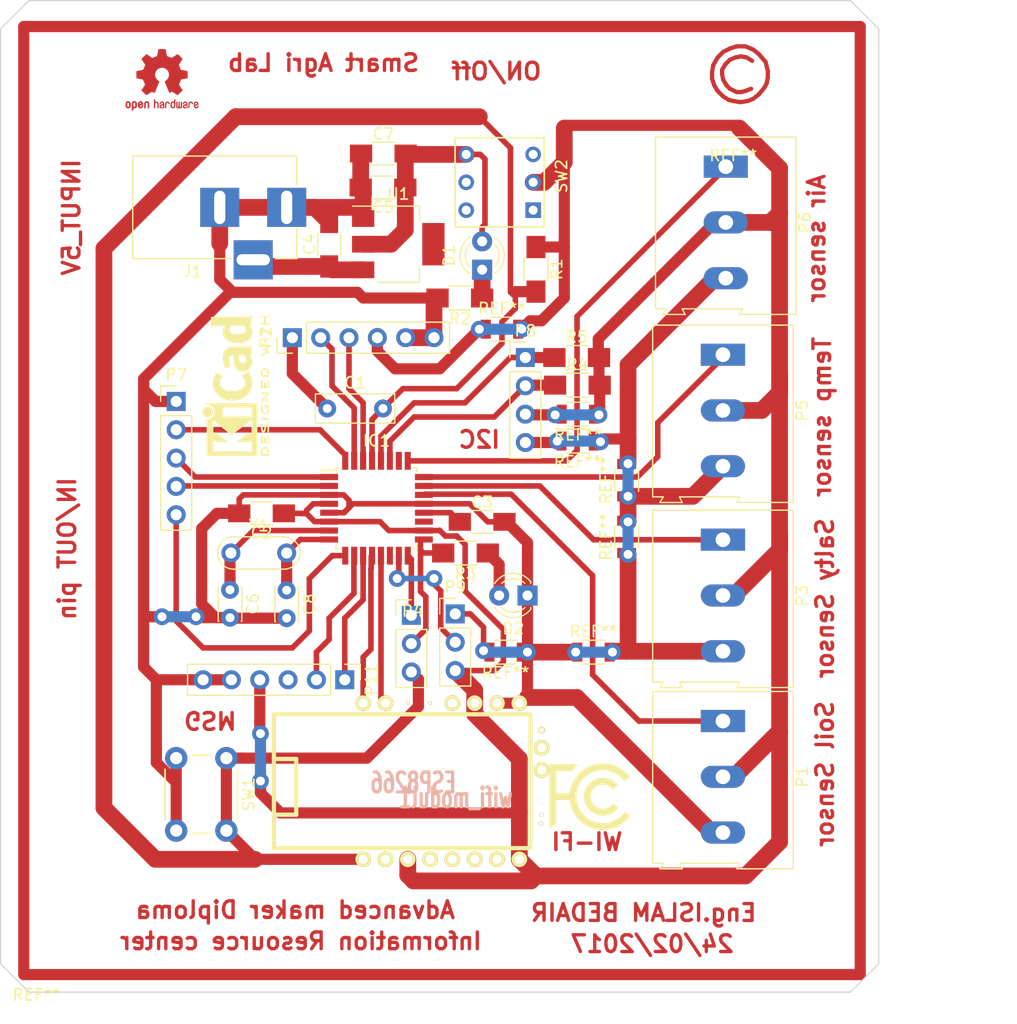
<source format=kicad_pcb>
(kicad_pcb (version 4) (host pcbnew 4.0.2-stable)
  (layers (0 F.Cu mixed) (31 B.Cu mixed) (34 B.Paste user) (35 F.Paste user) (36 B.SilkS user) (37 F.SilkS user) (38 B.Mask user) (39 F.Mask user) (44 Edge.Cuts user))
  (net 0 "")
  (net 1 DTR)
  (net 2 RESET)
  (net 3 VCC)
  (net 4 GND)
  (net 5 "Net-(C3-Pad1)")
  (net 6 "Net-(C4-Pad1)")
  (net 7 "Net-(C5-Pad1)")
  (net 8 "Net-(C6-Pad1)")
  (net 9 "Net-(C8-Pad1)")
  (net 10 "Net-(D1-Pad1)")
  (net 11 "Net-(D2-Pad2)")
  (net 12 "Net-(IC1-Pad1)")
  (net 13 "Net-(IC1-Pad2)")
  (net 14 "Net-(IC1-Pad9)")
  (net 15 /RX1)
  (net 16 /TX1)
  (net 17 "Net-(IC1-Pad14)")
  (net 18 mosi)
  (net 19 miso)
  (net 20 sck)
  (net 21 "Net-(IC1-Pad19)")
  (net 22 A7)
  (net 23 A1)
  (net 24 A2)
  (net 25 "Net-(IC1-Pad26)")
  (net 26 RXI)
  (net 27 TXO)
  (net 28 "Net-(IC1-Pad32)")
  (net 29 "Net-(wifi_modul1-Pad18)")
  (net 30 "Net-(wifi_modul1-Pad19)")
  (net 31 "Net-(wifi_modul1-Pad20)")
  (net 32 "Net-(wifi_modul1-Pad21)")
  (net 33 "Net-(wifi_modul1-Pad22)")
  (net 34 "Net-(wifi_modul1-Pad17)")
  (net 35 "Net-(wifi_modul1-Pad6)")
  (net 36 "Net-(wifi_modul1-Pad5)")
  (net 37 "Net-(wifi_modul1-Pad4)")
  (net 38 "Net-(wifi_modul1-Pad15)")
  (net 39 "Net-(wifi_modul1-Pad14)")
  (net 40 "Net-(wifi_modul1-Pad13)")
  (net 41 "Net-(wifi_modul1-Pad12)")
  (net 42 "Net-(wifi_modul1-Pad10)")
  (net 43 "Net-(P11-Pad3)")
  (net 44 /TX_GSM)
  (net 45 /RX_gsm)
  (net 46 A0)
  (net 47 /SDA)
  (net 48 /SCL)
  (module Pin_Headers:Pin_Header_Straight_1x04_Pitch2.54mm (layer F.Cu) (at 143.5735 77.724)
    (fp_text reference P8 (at 0 -2.39) (layer F.SilkS))
    (fp_text value "TWO WIRE")
    (pad 1 thru_hole rect (at 0 0) (size 1.7 1.7) (drill 1) (layers *.Cu *.Mask) (net 48 /SCL))
    (pad 2 thru_hole oval (at 0 2.54) (size 1.7 1.7) (drill 1) (layers *.Cu *.Mask) (net 47 /SDA))
    (pad 3 thru_hole oval (at 0 5.08) (size 1.7 1.7) (drill 1) (layers *.Cu *.Mask) (net 3 VCC))
    (pad 4 thru_hole oval (at 0 7.62) (size 1.7 1.7) (drill 1) (layers *.Cu *.Mask) (net 4 GND))
  )
  (module Symbols:Symbol_CC-ShareAlike_CopperTop_Small (layer F.Cu) (at 162.814 52.324 180)
    (fp_text reference REF** (at 0.59944 -7.29996 180) (layer F.SilkS))
    (fp_text value Symbol_CC-ShareAlike_CopperTop_Small)
    (fp_line (start -1.09982 1.19888) (end -0.59944 1.50114) (layer F.Cu) (width 0.381))
    (fp_line (start -0.59944 1.50114) (end -0.09906 1.6002) (layer F.Cu) (width 0.381))
    (fp_line (start -0.09906 1.6002) (end 0.39878 1.50114) (layer F.Cu) (width 0.381))
    (fp_line (start 0.39878 1.50114) (end 0.89916 1.30048) (layer F.Cu) (width 0.381))
    (fp_line (start 0.89916 1.30048) (end 1.30048 0.89916) (layer F.Cu) (width 0.381))
    (fp_line (start 1.30048 0.89916) (end 1.6002 0.39878) (layer F.Cu) (width 0.381))
    (fp_line (start 1.6002 0.39878) (end 1.6002 0) (layer F.Cu) (width 0.381))
    (fp_line (start 1.6002 0) (end 1.50114 -0.50038) (layer F.Cu) (width 0.381))
    (fp_line (start 1.50114 -0.50038) (end 1.19888 -1.00076) (layer F.Cu) (width 0.381))
    (fp_line (start 1.19888 -1.00076) (end 0.89916 -1.30048) (layer F.Cu) (width 0.381))
    (fp_line (start 0.89916 -1.30048) (end 0.29972 -1.6002) (layer F.Cu) (width 0.381))
    (fp_line (start 0.29972 -1.6002) (end -0.09906 -1.6002) (layer F.Cu) (width 0.381))
    (fp_line (start -0.09906 -1.6002) (end -0.50038 -1.50114) (layer F.Cu) (width 0.381))
    (fp_line (start -0.50038 -1.50114) (end -1.00076 -1.30048) (layer F.Cu) (width 0.381))
    (fp_line (start 0 -2.49936) (end -0.09906 -2.49936) (layer F.Cu) (width 0.381))
    (fp_line (start -0.09906 -2.49936) (end -0.70104 -2.4003) (layer F.Cu) (width 0.381))
    (fp_line (start -0.70104 -2.4003) (end -1.19888 -2.19964) (layer F.Cu) (width 0.381))
    (fp_line (start -1.19888 -2.19964) (end -1.69926 -1.80086) (layer F.Cu) (width 0.381))
    (fp_line (start -1.69926 -1.80086) (end -2.19964 -1.19888) (layer F.Cu) (width 0.381))
    (fp_line (start -2.19964 -1.19888) (end -2.4003 -0.8001) (layer F.Cu) (width 0.381))
    (fp_line (start -2.4003 -0.8001) (end -2.49936 -0.29972) (layer F.Cu) (width 0.381))
    (fp_line (start -2.49936 -0.29972) (end -2.49936 0.29972) (layer F.Cu) (width 0.381))
    (fp_line (start -2.49936 0.29972) (end -2.30124 1.09982) (layer F.Cu) (width 0.381))
    (fp_line (start -2.30124 1.09982) (end -1.69926 1.80086) (layer F.Cu) (width 0.381))
    (fp_line (start -1.69926 1.80086) (end -1.19888 2.19964) (layer F.Cu) (width 0.381))
    (fp_line (start -1.19888 2.19964) (end -0.50038 2.49936) (layer F.Cu) (width 0.381))
    (fp_line (start -0.50038 2.49936) (end 0.29972 2.49936) (layer F.Cu) (width 0.381))
    (fp_line (start 0.29972 2.49936) (end 0.89916 2.30124) (layer F.Cu) (width 0.381))
    (fp_line (start 0.89916 2.30124) (end 1.50114 1.99898) (layer F.Cu) (width 0.381))
    (fp_line (start 1.50114 1.99898) (end 1.99898 1.50114) (layer F.Cu) (width 0.381))
    (fp_line (start 1.99898 1.50114) (end 2.4003 0.8001) (layer F.Cu) (width 0.381))
    (fp_line (start 2.4003 0.8001) (end 2.49936 0.20066) (layer F.Cu) (width 0.381))
    (fp_line (start 2.49936 0.20066) (end 2.49936 -0.39878) (layer F.Cu) (width 0.381))
    (fp_line (start 2.49936 -0.39878) (end 2.30124 -1.00076) (layer F.Cu) (width 0.381))
    (fp_line (start 2.30124 -1.00076) (end 1.99898 -1.50114) (layer F.Cu) (width 0.381))
    (fp_line (start 1.99898 -1.50114) (end 1.50114 -1.99898) (layer F.Cu) (width 0.381))
    (fp_line (start 1.50114 -1.99898) (end 1.00076 -2.30124) (layer F.Cu) (width 0.381))
    (fp_line (start 1.00076 -2.30124) (end 0.59944 -2.4003) (layer F.Cu) (width 0.381))
    (fp_line (start 0.59944 -2.4003) (end 0 -2.49936) (layer F.Cu) (width 0.381))
  )
  (module Symbols:KiCad-Logo2_6mm_SilkScreen (layer F.Cu) (at 117.602 80.264 90)
    (fp_text reference REF*** hide)
    (fp_text value KiCad-Logo2_6mm_SilkScreen hide)
  )
  (module Symbols:OSHW-Logo2_7.3x6mm_Copper (layer F.Cu) (at 110.998 52.832)
    (fp_text reference REF*** hide)
    (fp_text value OSHW-Logo2_7.3x6mm_Copper hide)
    (fp_poly (pts (xy -2.400256 1.919918) (xy -2.344799 1.947568) (xy -2.295852 1.99848) (xy -2.282371 2.017338) (xy -2.267686 2.042015) (xy -2.258158 2.068816) (xy -2.252707 2.104587) (xy -2.250253 2.156169) (xy -2.249714 2.224267) (xy -2.252148 2.317588) (xy -2.260606 2.387657) (xy -2.276826 2.439931) (xy -2.302546 2.479869) (xy -2.339503 2.512929) (xy -2.342218 2.514886) (xy -2.37864 2.534908) (xy -2.422498 2.544815) (xy -2.478276 2.547257) (xy -2.568952 2.547257) (xy -2.56899 2.635283) (xy -2.569834 2.684308) (xy -2.574976 2.713065) (xy -2.588413 2.730311) (xy -2.614142 2.744808) (xy -2.620321 2.747769) (xy -2.649236 2.761648) (xy -2.671624 2.770414) (xy -2.688271 2.771171) (xy -2.699964 2.761023) (xy -2.70749 2.737073) (xy -2.711634 2.696426) (xy -2.713185 2.636186) (xy -2.712929 2.553455) (xy -2.711651 2.445339) (xy -2.711252 2.413) (xy -2.709815 2.301524) (xy -2.708528 2.228603) (xy -2.569029 2.228603) (xy -2.568245 2.290499) (xy -2.56476 2.330997) (xy -2.556876 2.357708) (xy -2.542895 2.378244) (xy -2.533403 2.38826) (xy -2.494596 2.417567) (xy -2.460237 2.419952) (xy -2.424784 2.39575) (xy -2.423886 2.394857) (xy -2.409461 2.376153) (xy -2.400687 2.350732) (xy -2.396261 2.311584) (xy -2.394882 2.251697) (xy -2.394857 2.23843) (xy -2.398188 2.155901) (xy -2.409031 2.098691) (xy -2.42866 2.063766) (xy -2.45835 2.048094) (xy -2.475509 2.046514) (xy -2.516234 2.053926) (xy -2.544168 2.07833) (xy -2.560983 2.12298) (xy -2.56835 2.19113) (xy -2.569029 2.228603) (xy -2.708528 2.228603) (xy -2.708292 2.215245) (xy -2.706323 2.150333) (xy -2.70355 2.102958) (xy -2.699612 2.06929) (xy -2.694151 2.045498) (xy -2.686808 2.027753) (xy -2.677223 2.012224) (xy -2.673113 2.006381) (xy -2.618595 1.951185) (xy -2.549664 1.91989) (xy -2.469928 1.911165) (xy -2.400256 1.919918)) (layer F.Cu) (width 0.01))
    (fp_poly (pts (xy -1.283907 1.92778) (xy -1.237328 1.954723) (xy -1.204943 1.981466) (xy -1.181258 2.009484) (xy -1.164941 2.043748) (xy -1.154661 2.089227) (xy -1.149086 2.150892) (xy -1.146884 2.233711) (xy -1.146629 2.293246) (xy -1.146629 2.512391) (xy -1.208314 2.540044) (xy -1.27 2.567697) (xy -1.277257 2.32767) (xy -1.280256 2.238028) (xy -1.283402 2.172962) (xy -1.287299 2.128026) (xy -1.292553 2.09877) (xy -1.299769 2.080748) (xy -1.30955 2.069511) (xy -1.312688 2.067079) (xy -1.360239 2.048083) (xy -1.408303 2.0556) (xy -1.436914 2.075543) (xy -1.448553 2.089675) (xy -1.456609 2.10822) (xy -1.461729 2.136334) (xy -1.464559 2.179173) (xy -1.465744 2.241895) (xy -1.465943 2.307261) (xy -1.465982 2.389268) (xy -1.467386 2.447316) (xy -1.472086 2.486465) (xy -1.482013 2.51178) (xy -1.499097 2.528323) (xy -1.525268 2.541156) (xy -1.560225 2.554491) (xy -1.598404 2.569007) (xy -1.593859 2.311389) (xy -1.592029 2.218519) (xy -1.589888 2.149889) (xy -1.586819 2.100711) (xy -1.582206 2.066198) (xy -1.575432 2.041562) (xy -1.565881 2.022016) (xy -1.554366 2.00477) (xy -1.49881 1.94968) (xy -1.43102 1.917822) (xy -1.357287 1.910191) (xy -1.283907 1.92778)) (layer F.Cu) (width 0.01))
    (fp_poly (pts (xy -2.958885 1.921962) (xy -2.890855 1.957733) (xy -2.840649 2.015301) (xy -2.822815 2.052312) (xy -2.808937 2.107882) (xy -2.801833 2.178096) (xy -2.80116 2.254727) (xy -2.806573 2.329552) (xy -2.81773 2.394342) (xy -2.834286 2.440873) (xy -2.839374 2.448887) (xy -2.899645 2.508707) (xy -2.971231 2.544535) (xy -3.048908 2.55502) (xy -3.127452 2.53881) (xy -3.149311 2.529092) (xy -3.191878 2.499143) (xy -3.229237 2.459433) (xy -3.232768 2.454397) (xy -3.247119 2.430124) (xy -3.256606 2.404178) (xy -3.26221 2.370022) (xy -3.264914 2.321119) (xy -3.265701 2.250935) (xy -3.265714 2.2352) (xy -3.265678 2.230192) (xy -3.120571 2.230192) (xy -3.119727 2.29643) (xy -3.116404 2.340386) (xy -3.109417 2.368779) (xy -3.097584 2.388325) (xy -3.091543 2.394857) (xy -3.056814 2.41968) (xy -3.023097 2.418548) (xy -2.989005 2.397016) (xy -2.968671 2.374029) (xy -2.956629 2.340478) (xy -2.949866 2.287569) (xy -2.949402 2.281399) (xy -2.948248 2.185513) (xy -2.960312 2.114299) (xy -2.98543 2.068194) (xy -3.02344 2.047635) (xy -3.037008 2.046514) (xy -3.072636 2.052152) (xy -3.097006 2.071686) (xy -3.111907 2.109042) (xy -3.119125 2.16815) (xy -3.120571 2.230192) (xy -3.265678 2.230192) (xy -3.265174 2.160413) (xy -3.262904 2.108159) (xy -3.257932 2.071949) (xy -3.249287 2.045299) (xy -3.235995 2.021722) (xy -3.233057 2.017338) (xy -3.183687 1.958249) (xy -3.129891 1.923947) (xy -3.064398 1.910331) (xy -3.042158 1.909665) (xy -2.958885 1.921962)) (layer F.Cu) (width 0.01))
    (fp_poly (pts (xy -1.831697 1.931239) (xy -1.774473 1.969735) (xy -1.730251 2.025335) (xy -1.703833 2.096086) (xy -1.69849 2.148162) (xy -1.699097 2.169893) (xy -1.704178 2.186531) (xy -1.718145 2.201437) (xy -1.745411 2.217973) (xy -1.790388 2.239498) (xy -1.857489 2.269374) (xy -1.857829 2.269524) (xy -1.919593 2.297813) (xy -1.970241 2.322933) (xy -2.004596 2.342179) (xy -2.017482 2.352848) (xy -2.017486 2.352934) (xy -2.006128 2.376166) (xy -1.979569 2.401774) (xy -1.949077 2.420221) (xy -1.93363 2.423886) (xy -1.891485 2.411212) (xy -1.855192 2.379471) (xy -1.837483 2.344572) (xy -1.820448 2.318845) (xy -1.787078 2.289546) (xy -1.747851 2.264235) (xy -1.713244 2.250471) (xy -1.706007 2.249714) (xy -1.697861 2.26216) (xy -1.69737 2.293972) (xy -1.703357 2.336866) (xy -1.714643 2.382558) (xy -1.73005 2.422761) (xy -1.730829 2.424322) (xy -1.777196 2.489062) (xy -1.837289 2.533097) (xy -1.905535 2.554711) (xy -1.976362 2.552185) (xy -2.044196 2.523804) (xy -2.047212 2.521808) (xy -2.100573 2.473448) (xy -2.13566 2.410352) (xy -2.155078 2.327387) (xy -2.157684 2.304078) (xy -2.162299 2.194055) (xy -2.156767 2.142748) (xy -2.017486 2.142748) (xy -2.015676 2.174753) (xy -2.005778 2.184093) (xy -1.981102 2.177105) (xy -1.942205 2.160587) (xy -1.898725 2.139881) (xy -1.897644 2.139333) (xy -1.860791 2.119949) (xy -1.846 2.107013) (xy -1.849647 2.093451) (xy -1.865005 2.075632) (xy -1.904077 2.049845) (xy -1.946154 2.04795) (xy -1.983897 2.066717) (xy -2.009966 2.102915) (xy -2.017486 2.142748) (xy -2.156767 2.142748) (xy -2.152806 2.106027) (xy -2.12845 2.036212) (xy -2.094544 1.987302) (xy -2.033347 1.937878) (xy -1.965937 1.913359) (xy -1.89712 1.911797) (xy -1.831697 1.931239)) (layer F.Cu) (width 0.01))
    (fp_poly (pts (xy -0.624114 1.851289) (xy -0.619861 1.910613) (xy -0.614975 1.945572) (xy -0.608205 1.96082) (xy -0.598298 1.961015) (xy -0.595086 1.959195) (xy -0.552356 1.946015) (xy -0.496773 1.946785) (xy -0.440263 1.960333) (xy -0.404918 1.977861) (xy -0.368679 2.005861) (xy -0.342187 2.037549) (xy -0.324001 2.077813) (xy -0.312678 2.131543) (xy -0.306778 2.203626) (xy -0.304857 2.298951) (xy -0.304823 2.317237) (xy -0.3048 2.522646) (xy -0.350509 2.53858) (xy -0.382973 2.54942) (xy -0.400785 2.554468) (xy -0.401309 2.554514) (xy -0.403063 2.540828) (xy -0.404556 2.503076) (xy -0.405674 2.446224) (xy -0.406303 2.375234) (xy -0.4064 2.332073) (xy -0.406602 2.246973) (xy -0.407642 2.185981) (xy -0.410169 2.144177) (xy -0.414836 2.116642) (xy -0.422293 2.098456) (xy -0.433189 2.084698) (xy -0.439993 2.078073) (xy -0.486728 2.051375) (xy -0.537728 2.049375) (xy -0.583999 2.071955) (xy -0.592556 2.080107) (xy -0.605107 2.095436) (xy -0.613812 2.113618) (xy -0.619369 2.139909) (xy -0.622474 2.179562) (xy -0.623824 2.237832) (xy -0.624114 2.318173) (xy -0.624114 2.522646) (xy -0.669823 2.53858) (xy -0.702287 2.54942) (xy -0.720099 2.554468) (xy -0.720623 2.554514) (xy -0.721963 2.540623) (xy -0.723172 2.501439) (xy -0.724199 2.4407) (xy -0.724998 2.362141) (xy -0.725519 2.269498) (xy -0.725714 2.166509) (xy -0.725714 1.769342) (xy -0.678543 1.749444) (xy -0.631371 1.729547) (xy -0.624114 1.851289)) (layer F.Cu) (width 0.01))
    (fp_poly (pts (xy 0.039744 1.950968) (xy 0.096616 1.972087) (xy 0.097267 1.972493) (xy 0.13244 1.99838) (xy 0.158407 2.028633) (xy 0.17667 2.068058) (xy 0.188732 2.121462) (xy 0.196096 2.193651) (xy 0.200264 2.289432) (xy 0.200629 2.303078) (xy 0.205876 2.508842) (xy 0.161716 2.531678) (xy 0.129763 2.54711) (xy 0.11047 2.554423) (xy 0.109578 2.554514) (xy 0.106239 2.541022) (xy 0.103587 2.504626) (xy 0.101956 2.451452) (xy 0.1016 2.408393) (xy 0.101592 2.338641) (xy 0.098403 2.294837) (xy 0.087288 2.273944) (xy 0.063501 2.272925) (xy 0.022296 2.288741) (xy -0.039914 2.317815) (xy -0.085659 2.341963) (xy -0.109187 2.362913) (xy -0.116104 2.385747) (xy -0.116114 2.386877) (xy -0.104701 2.426212) (xy -0.070908 2.447462) (xy -0.019191 2.450539) (xy 0.018061 2.450006) (xy 0.037703 2.460735) (xy 0.049952 2.486505) (xy 0.057002 2.519337) (xy 0.046842 2.537966) (xy 0.043017 2.540632) (xy 0.007001 2.55134) (xy -0.043434 2.552856) (xy -0.095374 2.545759) (xy -0.132178 2.532788) (xy -0.183062 2.489585) (xy -0.211986 2.429446) (xy -0.217714 2.382462) (xy -0.213343 2.340082) (xy -0.197525 2.305488) (xy -0.166203 2.274763) (xy -0.115322 2.24399) (xy -0.040824 2.209252) (xy -0.036286 2.207288) (xy 0.030821 2.176287) (xy 0.072232 2.150862) (xy 0.089981 2.128014) (xy 0.086107 2.104745) (xy 0.062643 2.078056) (xy 0.055627 2.071914) (xy 0.00863 2.0481) (xy -0.040067 2.049103) (xy -0.082478 2.072451) (xy -0.110616 2.115675) (xy -0.113231 2.12416) (xy -0.138692 2.165308) (xy -0.170999 2.185128) (xy -0.217714 2.20477) (xy -0.217714 2.15395) (xy -0.203504 2.080082) (xy -0.161325 2.012327) (xy -0.139376 1.989661) (xy -0.089483 1.960569) (xy -0.026033 1.9474) (xy 0.039744 1.950968)) (layer F.Cu) (width 0.01))
    (fp_poly (pts (xy 0.529926 1.949755) (xy 0.595858 1.974084) (xy 0.649273 2.017117) (xy 0.670164 2.047409) (xy 0.692939 2.102994) (xy 0.692466 2.143186) (xy 0.668562 2.170217) (xy 0.659717 2.174813) (xy 0.62153 2.189144) (xy 0.602028 2.185472) (xy 0.595422 2.161407) (xy 0.595086 2.148114) (xy 0.582992 2.09921) (xy 0.551471 2.064999) (xy 0.507659 2.048476) (xy 0.458695 2.052634) (xy 0.418894 2.074227) (xy 0.40545 2.086544) (xy 0.395921 2.101487) (xy 0.389485 2.124075) (xy 0.385317 2.159328) (xy 0.382597 2.212266) (xy 0.380502 2.287907) (xy 0.37996 2.311857) (xy 0.377981 2.39379) (xy 0.375731 2.451455) (xy 0.372357 2.489608) (xy 0.367006 2.513004) (xy 0.358824 2.526398) (xy 0.346959 2.534545) (xy 0.339362 2.538144) (xy 0.307102 2.550452) (xy 0.288111 2.554514) (xy 0.281836 2.540948) (xy 0.278006 2.499934) (xy 0.2766 2.430999) (xy 0.277598 2.333669) (xy 0.277908 2.318657) (xy 0.280101 2.229859) (xy 0.282693 2.165019) (xy 0.286382 2.119067) (xy 0.291864 2.086935) (xy 0.299835 2.063553) (xy 0.310993 2.043852) (xy 0.31683 2.03541) (xy 0.350296 1.998057) (xy 0.387727 1.969003) (xy 0.392309 1.966467) (xy 0.459426 1.946443) (xy 0.529926 1.949755)) (layer F.Cu) (width 0.01))
    (fp_poly (pts (xy 1.190117 2.065358) (xy 1.189933 2.173837) (xy 1.189219 2.257287) (xy 1.187675 2.319704) (xy 1.185001 2.365085) (xy 1.180894 2.397429) (xy 1.175055 2.420733) (xy 1.167182 2.438995) (xy 1.161221 2.449418) (xy 1.111855 2.505945) (xy 1.049264 2.541377) (xy 0.980013 2.55409) (xy 0.910668 2.542463) (xy 0.869375 2.521568) (xy 0.826025 2.485422) (xy 0.796481 2.441276) (xy 0.778655 2.383462) (xy 0.770463 2.306313) (xy 0.769302 2.249714) (xy 0.769458 2.245647) (xy 0.870857 2.245647) (xy 0.871476 2.31055) (xy 0.874314 2.353514) (xy 0.88084 2.381622) (xy 0.892523 2.401953) (xy 0.906483 2.417288) (xy 0.953365 2.44689) (xy 1.003701 2.449419) (xy 1.051276 2.424705) (xy 1.054979 2.421356) (xy 1.070783 2.403935) (xy 1.080693 2.383209) (xy 1.086058 2.352362) (xy 1.088228 2.304577) (xy 1.088571 2.251748) (xy 1.087827 2.185381) (xy 1.084748 2.141106) (xy 1.078061 2.112009) (xy 1.066496 2.091173) (xy 1.057013 2.080107) (xy 1.01296 2.052198) (xy 0.962224 2.048843) (xy 0.913796 2.070159) (xy 0.90445 2.078073) (xy 0.88854 2.095647) (xy 0.87861 2.116587) (xy 0.873278 2.147782) (xy 0.871163 2.196122) (xy 0.870857 2.245647) (xy 0.769458 2.245647) (xy 0.77281 2.158568) (xy 0.784726 2.090086) (xy 0.807135 2.0386) (xy 0.842124 1.998443) (xy 0.869375 1.977861) (xy 0.918907 1.955625) (xy 0.976316 1.945304) (xy 1.029682 1.948067) (xy 1.059543 1.959212) (xy 1.071261 1.962383) (xy 1.079037 1.950557) (xy 1.084465 1.918866) (xy 1.088571 1.870593) (xy 1.093067 1.816829) (xy 1.099313 1.784482) (xy 1.110676 1.765985) (xy 1.130528 1.75377) (xy 1.143 1.748362) (xy 1.190171 1.728601) (xy 1.190117 2.065358)) (layer F.Cu) (width 0.01))
    (fp_poly (pts (xy 1.779833 1.958663) (xy 1.782048 1.99685) (xy 1.783784 2.054886) (xy 1.784899 2.12818) (xy 1.785257 2.205055) (xy 1.785257 2.465196) (xy 1.739326 2.511127) (xy 1.707675 2.539429) (xy 1.67989 2.550893) (xy 1.641915 2.550168) (xy 1.62684 2.548321) (xy 1.579726 2.542948) (xy 1.540756 2.539869) (xy 1.531257 2.539585) (xy 1.499233 2.541445) (xy 1.453432 2.546114) (xy 1.435674 2.548321) (xy 1.392057 2.551735) (xy 1.362745 2.54432) (xy 1.33368 2.521427) (xy 1.323188 2.511127) (xy 1.277257 2.465196) (xy 1.277257 1.978602) (xy 1.314226 1.961758) (xy 1.346059 1.949282) (xy 1.364683 1.944914) (xy 1.369458 1.958718) (xy 1.373921 1.997286) (xy 1.377775 2.056356) (xy 1.380722 2.131663) (xy 1.382143 2.195286) (xy 1.386114 2.445657) (xy 1.420759 2.450556) (xy 1.452268 2.447131) (xy 1.467708 2.436041) (xy 1.472023 2.415308) (xy 1.475708 2.371145) (xy 1.478469 2.309146) (xy 1.480012 2.234909) (xy 1.480235 2.196706) (xy 1.480457 1.976783) (xy 1.526166 1.960849) (xy 1.558518 1.950015) (xy 1.576115 1.944962) (xy 1.576623 1.944914) (xy 1.578388 1.958648) (xy 1.580329 1.99673) (xy 1.582282 2.054482) (xy 1.584084 2.127227) (xy 1.585343 2.195286) (xy 1.589314 2.445657) (xy 1.6764 2.445657) (xy 1.680396 2.21724) (xy 1.684392 1.988822) (xy 1.726847 1.966868) (xy 1.758192 1.951793) (xy 1.776744 1.944951) (xy 1.777279 1.944914) (xy 1.779833 1.958663)) (layer F.Cu) (width 0.01))
    (fp_poly (pts (xy 2.144876 1.956335) (xy 2.186667 1.975344) (xy 2.219469 1.998378) (xy 2.243503 2.024133) (xy 2.260097 2.057358) (xy 2.270577 2.1028) (xy 2.276271 2.165207) (xy 2.278507 2.249327) (xy 2.278743 2.304721) (xy 2.278743 2.520826) (xy 2.241774 2.53767) (xy 2.212656 2.549981) (xy 2.198231 2.554514) (xy 2.195472 2.541025) (xy 2.193282 2.504653) (xy 2.191942 2.451542) (xy 2.191657 2.409372) (xy 2.190434 2.348447) (xy 2.187136 2.300115) (xy 2.182321 2.270518) (xy 2.178496 2.264229) (xy 2.152783 2.270652) (xy 2.112418 2.287125) (xy 2.065679 2.309458) (xy 2.020845 2.333457) (xy 1.986193 2.35493) (xy 1.970002 2.369685) (xy 1.969938 2.369845) (xy 1.97133 2.397152) (xy 1.983818 2.423219) (xy 2.005743 2.444392) (xy 2.037743 2.451474) (xy 2.065092 2.450649) (xy 2.103826 2.450042) (xy 2.124158 2.459116) (xy 2.136369 2.483092) (xy 2.137909 2.487613) (xy 2.143203 2.521806) (xy 2.129047 2.542568) (xy 2.092148 2.552462) (xy 2.052289 2.554292) (xy 1.980562 2.540727) (xy 1.943432 2.521355) (xy 1.897576 2.475845) (xy 1.873256 2.419983) (xy 1.871073 2.360957) (xy 1.891629 2.305953) (xy 1.922549 2.271486) (xy 1.95342 2.252189) (xy 2.001942 2.227759) (xy 2.058485 2.202985) (xy 2.06791 2.199199) (xy 2.130019 2.171791) (xy 2.165822 2.147634) (xy 2.177337 2.123619) (xy 2.16658 2.096635) (xy 2.148114 2.075543) (xy 2.104469 2.049572) (xy 2.056446 2.047624) (xy 2.012406 2.067637) (xy 1.980709 2.107551) (xy 1.976549 2.117848) (xy 1.952327 2.155724) (xy 1.916965 2.183842) (xy 1.872343 2.206917) (xy 1.872343 2.141485) (xy 1.874969 2.101506) (xy 1.88623 2.069997) (xy 1.911199 2.036378) (xy 1.935169 2.010484) (xy 1.972441 1.973817) (xy 2.001401 1.954121) (xy 2.032505 1.94622) (xy 2.067713 1.944914) (xy 2.144876 1.956335)) (layer F.Cu) (width 0.01))
    (fp_poly (pts (xy 2.6526 1.958752) (xy 2.669948 1.966334) (xy 2.711356 1.999128) (xy 2.746765 2.046547) (xy 2.768664 2.097151) (xy 2.772229 2.122098) (xy 2.760279 2.156927) (xy 2.734067 2.175357) (xy 2.705964 2.186516) (xy 2.693095 2.188572) (xy 2.686829 2.173649) (xy 2.674456 2.141175) (xy 2.669028 2.126502) (xy 2.63859 2.075744) (xy 2.59452 2.050427) (xy 2.53801 2.051206) (xy 2.533825 2.052203) (xy 2.503655 2.066507) (xy 2.481476 2.094393) (xy 2.466327 2.139287) (xy 2.45725 2.204615) (xy 2.453286 2.293804) (xy 2.452914 2.341261) (xy 2.45273 2.416071) (xy 2.451522 2.467069) (xy 2.448309 2.499471) (xy 2.442109 2.518495) (xy 2.43194 2.529356) (xy 2.416819 2.537272) (xy 2.415946 2.53767) (xy 2.386828 2.549981) (xy 2.372403 2.554514) (xy 2.370186 2.540809) (xy 2.368289 2.502925) (xy 2.366847 2.445715) (xy 2.365998 2.374027) (xy 2.365829 2.321565) (xy 2.366692 2.220047) (xy 2.37007 2.143032) (xy 2.377142 2.086023) (xy 2.389088 2.044526) (xy 2.40709 2.014043) (xy 2.432327 1.99008) (xy 2.457247 1.973355) (xy 2.517171 1.951097) (xy 2.586911 1.946076) (xy 2.6526 1.958752)) (layer F.Cu) (width 0.01))
    (fp_poly (pts (xy 3.153595 1.966966) (xy 3.211021 2.004497) (xy 3.238719 2.038096) (xy 3.260662 2.099064) (xy 3.262405 2.147308) (xy 3.258457 2.211816) (xy 3.109686 2.276934) (xy 3.037349 2.310202) (xy 2.990084 2.336964) (xy 2.965507 2.360144) (xy 2.961237 2.382667) (xy 2.974889 2.407455) (xy 2.989943 2.423886) (xy 3.033746 2.450235) (xy 3.081389 2.452081) (xy 3.125145 2.431546) (xy 3.157289 2.390752) (xy 3.163038 2.376347) (xy 3.190576 2.331356) (xy 3.222258 2.312182) (xy 3.265714 2.295779) (xy 3.265714 2.357966) (xy 3.261872 2.400283) (xy 3.246823 2.435969) (xy 3.21528 2.476943) (xy 3.210592 2.482267) (xy 3.175506 2.51872) (xy 3.145347 2.538283) (xy 3.107615 2.547283) (xy 3.076335 2.55023) (xy 3.020385 2.550965) (xy 2.980555 2.54166) (xy 2.955708 2.527846) (xy 2.916656 2.497467) (xy 2.889625 2.464613) (xy 2.872517 2.423294) (xy 2.863238 2.367521) (xy 2.859693 2.291305) (xy 2.85941 2.252622) (xy 2.860372 2.206247) (xy 2.948007 2.206247) (xy 2.949023 2.231126) (xy 2.951556 2.2352) (xy 2.968274 2.229665) (xy 3.004249 2.215017) (xy 3.052331 2.19419) (xy 3.062386 2.189714) (xy 3.123152 2.158814) (xy 3.156632 2.131657) (xy 3.16399 2.10622) (xy 3.146391 2.080481) (xy 3.131856 2.069109) (xy 3.07941 2.046364) (xy 3.030322 2.050122) (xy 2.989227 2.077884) (xy 2.960758 2.127152) (xy 2.951631 2.166257) (xy 2.948007 2.206247) (xy 2.860372 2.206247) (xy 2.861285 2.162249) (xy 2.868196 2.095384) (xy 2.881884 2.046695) (xy 2.904096 2.010849) (xy 2.936574 1.982513) (xy 2.950733 1.973355) (xy 3.015053 1.949507) (xy 3.085473 1.948006) (xy 3.153595 1.966966)) (layer F.Cu) (width 0.01))
    (fp_poly (pts (xy 0.10391 -2.757652) (xy 0.182454 -2.757222) (xy 0.239298 -2.756058) (xy 0.278105 -2.753793) (xy 0.302538 -2.75006) (xy 0.316262 -2.744494) (xy 0.32294 -2.736727) (xy 0.326236 -2.726395) (xy 0.326556 -2.725057) (xy 0.331562 -2.700921) (xy 0.340829 -2.653299) (xy 0.353392 -2.587259) (xy 0.368287 -2.507872) (xy 0.384551 -2.420204) (xy 0.385119 -2.417125) (xy 0.40141 -2.331211) (xy 0.416652 -2.255304) (xy 0.429861 -2.193955) (xy 0.440054 -2.151718) (xy 0.446248 -2.133145) (xy 0.446543 -2.132816) (xy 0.464788 -2.123747) (xy 0.502405 -2.108633) (xy 0.551271 -2.090738) (xy 0.551543 -2.090642) (xy 0.613093 -2.067507) (xy 0.685657 -2.038035) (xy 0.754057 -2.008403) (xy 0.757294 -2.006938) (xy 0.868702 -1.956374) (xy 1.115399 -2.12484) (xy 1.191077 -2.176197) (xy 1.259631 -2.222111) (xy 1.317088 -2.25997) (xy 1.359476 -2.287163) (xy 1.382825 -2.301079) (xy 1.385042 -2.302111) (xy 1.40201 -2.297516) (xy 1.433701 -2.275345) (xy 1.481352 -2.234553) (xy 1.546198 -2.174095) (xy 1.612397 -2.109773) (xy 1.676214 -2.046388) (xy 1.733329 -1.988549) (xy 1.780305 -1.939825) (xy 1.813703 -1.90379) (xy 1.830085 -1.884016) (xy 1.830694 -1.882998) (xy 1.832505 -1.869428) (xy 1.825683 -1.847267) (xy 1.80854 -1.813522) (xy 1.779393 -1.7652) (xy 1.736555 -1.699308) (xy 1.679448 -1.614483) (xy 1.628766 -1.539823) (xy 1.583461 -1.47286) (xy 1.54615 -1.417484) (xy 1.519452 -1.37758) (xy 1.505985 -1.357038) (xy 1.505137 -1.355644) (xy 1.506781 -1.335962) (xy 1.519245 -1.297707) (xy 1.540048 -1.248111) (xy 1.547462 -1.232272) (xy 1.579814 -1.16171) (xy 1.614328 -1.081647) (xy 1.642365 -1.012371) (xy 1.662568 -0.960955) (xy 1.678615 -0.921881) (xy 1.687888 -0.901459) (xy 1.689041 -0.899886) (xy 1.706096 -0.897279) (xy 1.746298 -0.890137) (xy 1.804302 -0.879477) (xy 1.874763 -0.866315) (xy 1.952335 -0.851667) (xy 2.031672 -0.836551) (xy 2.107431 -0.821982) (xy 2.174264 -0.808978) (xy 2.226828 -0.798555) (xy 2.259776 -0.79173) (xy 2.267857 -0.789801) (xy 2.276205 -0.785038) (xy 2.282506 -0.774282) (xy 2.287045 -0.753902) (xy 2.290104 -0.720266) (xy 2.291967 -0.669745) (xy 2.292918 -0.598708) (xy 2.29324 -0.503524) (xy 2.293257 -0.464508) (xy 2.293257 -0.147201) (xy 2.217057 -0.132161) (xy 2.174663 -0.124005) (xy 2.1114 -0.112101) (xy 2.034962 -0.097884) (xy 1.953043 -0.08279) (xy 1.9304 -0.078645) (xy 1.854806 -0.063947) (xy 1.788953 -0.049495) (xy 1.738366 -0.036625) (xy 1.708574 -0.026678) (xy 1.703612 -0.023713) (xy 1.691426 -0.002717) (xy 1.673953 0.037967) (xy 1.654577 0.090322) (xy 1.650734 0.1016) (xy 1.625339 0.171523) (xy 1.593817 0.250418) (xy 1.562969 0.321266) (xy 1.562817 0.321595) (xy 1.511447 0.432733) (xy 1.680399 0.681253) (xy 1.849352 0.929772) (xy 1.632429 1.147058) (xy 1.566819 1.211726) (xy 1.506979 1.268733) (xy 1.456267 1.315033) (xy 1.418046 1.347584) (xy 1.395675 1.363343) (xy 1.392466 1.364343) (xy 1.373626 1.356469) (xy 1.33518 1.334578) (xy 1.28133 1.301267) (xy 1.216276 1.259131) (xy 1.14594 1.211943) (xy 1.074555 1.16381) (xy 1.010908 1.121928) (xy 0.959041 1.088871) (xy 0.922995 1.067218) (xy 0.906867 1.059543) (xy 0.887189 1.066037) (xy 0.849875 1.08315) (xy 0.802621 1.107326) (xy 0.797612 1.110013) (xy 0.733977 1.141927) (xy 0.690341 1.157579) (xy 0.663202 1.157745) (xy 0.649057 1.143204) (xy 0.648975 1.143) (xy 0.641905 1.125779) (xy 0.625042 1.084899) (xy 0.599695 1.023525) (xy 0.567171 0.944819) (xy 0.528778 0.851947) (xy 0.485822 0.748072) (xy 0.444222 0.647502) (xy 0.398504 0.536516) (xy 0.356526 0.433703) (xy 0.319548 0.342215) (xy 0.288827 0.265201) (xy 0.265622 0.205815) (xy 0.25119 0.167209) (xy 0.246743 0.1528) (xy 0.257896 0.136272) (xy 0.287069 0.10993) (xy 0.325971 0.080887) (xy 0.436757 -0.010961) (xy 0.523351 -0.116241) (xy 0.584716 -0.232734) (xy 0.619815 -0.358224) (xy 0.627608 -0.490493) (xy 0.621943 -0.551543) (xy 0.591078 -0.678205) (xy 0.53792 -0.790059) (xy 0.465767 -0.885999) (xy 0.377917 -0.964924) (xy 0.277665 -1.02573) (xy 0.16831 -1.067313) (xy 0.053147 -1.088572) (xy -0.064525 -1.088401) (xy -0.18141 -1.065699) (xy -0.294211 -1.019362) (xy -0.399631 -0.948287) (xy -0.443632 -0.908089) (xy -0.528021 -0.804871) (xy -0.586778 -0.692075) (xy -0.620296 -0.57299) (xy -0.628965 -0.450905) (xy -0.613177 -0.329107) (xy -0.573322 -0.210884) (xy -0.509793 -0.099525) (xy -0.422979 0.001684) (xy -0.325971 0.080887) (xy -0.285563 0.111162) (xy -0.257018 0.137219) (xy -0.246743 0.152825) (xy -0.252123 0.169843) (xy -0.267425 0.2105) (xy -0.291388 0.271642) (xy -0.322756 0.350119) (xy -0.360268 0.44278) (xy -0.402667 0.546472) (xy -0.444337 0.647526) (xy -0.49031 0.758607) (xy -0.532893 0.861541) (xy -0.570779 0.953165) (xy -0.60266 1.030316) (xy -0.627229 1.089831) (xy -0.64318 1.128544) (xy -0.64909 1.143) (xy -0.663052 1.157685) (xy -0.69006 1.157642) (xy -0.733587 1.142099) (xy -0.79711 1.110284) (xy -0.797612 1.110013) (xy -0.84544 1.085323) (xy -0.884103 1.067338) (xy -0.905905 1.059614) (xy -0.906867 1.059543) (xy -0.923279 1.067378) (xy -0.959513 1.089165) (xy -1.011526 1.122328) (xy -1.075275 1.164291) (xy -1.14594 1.211943) (xy -1.217884 1.260191) (xy -1.282726 1.302151) (xy -1.336265 1.335227) (xy -1.374303 1.356821) (xy -1.392467 1.364343) (xy -1.409192 1.354457) (xy -1.44282 1.326826) (xy -1.48999 1.284495) (xy -1.547342 1.230505) (xy -1.611516 1.167899) (xy -1.632503 1.146983) (xy -1.849501 0.929623) (xy -1.684332 0.68722) (xy -1.634136 0.612781) (xy -1.590081 0.545972) (xy -1.554638 0.490665) (xy -1.530281 0.450729) (xy -1.519478 0.430036) (xy -1.519162 0.428563) (xy -1.524857 0.409058) (xy -1.540174 0.369822) (xy -1.562463 0.31743) (xy -1.578107 0.282355) (xy -1.607359 0.215201) (xy -1.634906 0.147358) (xy -1.656263 0.090034) (xy -1.662065 0.072572) (xy -1.678548 0.025938) (xy -1.69466 -0.010095) (xy -1.70351 -0.023713) (xy -1.72304 -0.032048) (xy -1.765666 -0.043863) (xy -1.825855 -0.057819) (xy -1.898078 -0.072578) (xy -1.9304 -0.078645) (xy -2.012478 -0.093727) (xy -2.091205 -0.108331) (xy -2.158891 -0.12102) (xy -2.20784 -0.130358) (xy -2.217057 -0.132161) (xy -2.293257 -0.147201) (xy -2.293257 -0.464508) (xy -2.293086 -0.568846) (xy -2.292384 -0.647787) (xy -2.290866 -0.704962) (xy -2.288251 -0.744001) (xy -2.284254 -0.768535) (xy -2.278591 -0.782195) (xy -2.27098 -0.788611) (xy -2.267857 -0.789801) (xy -2.249022 -0.79402) (xy -2.207412 -0.802438) (xy -2.14837 -0.814039) (xy -2.077243 -0.827805) (xy -1.999375 -0.84272) (xy -1.920113 -0.857768) (xy -1.844802 -0.871931) (xy -1.778787 -0.884194) (xy -1.727413 -0.893539) (xy -1.696025 -0.89895) (xy -1.689041 -0.899886) (xy -1.682715 -0.912404) (xy -1.66871 -0.945754) (xy -1.649645 -0.993623) (xy -1.642366 -1.012371) (xy -1.613004 -1.084805) (xy -1.578429 -1.16483) (xy -1.547463 -1.232272) (xy -1.524677 -1.283841) (xy -1.509518 -1.326215) (xy -1.504458 -1.352166) (xy -1.505264 -1.355644) (xy -1.515959 -1.372064) (xy -1.54038 -1.408583) (xy -1.575905 -1.461313) (xy -1.619913 -1.526365) (xy -1.669783 -1.599849) (xy -1.679644 -1.614355) (xy -1.737508 -1.700296) (xy -1.780044 -1.765739) (xy -1.808946 -1.813696) (xy -1.82591 -1.84718) (xy -1.832633 -1.869205) (xy -1.83081 -1.882783) (xy -1.830764 -1.882869) (xy -1.816414 -1.900703) (xy -1.784677 -1.935183) (xy -1.73899 -1.982732) (xy -1.682796 -2.039778) (xy -1.619532 -2.102745) (xy -1.612398 -2.109773) (xy -1.53267 -2.18698) (xy -1.471143 -2.24367) (xy -1.426579 -2.28089) (xy -1.397743 -2.299685) (xy -1.385042 -2.302111) (xy -1.366506 -2.291529) (xy -1.328039 -2.267084) (xy -1.273614 -2.231388) (xy -1.207202 -2.187053) (xy -1.132775 -2.136689) (xy -1.115399 -2.12484) (xy -0.868703 -1.956374) (xy -0.757294 -2.006938) (xy -0.689543 -2.036405) (xy -0.616817 -2.066041) (xy -0.554297 -2.08967) (xy -0.551543 -2.090642) (xy -0.50264 -2.108543) (xy -0.464943 -2.12368) (xy -0.446575 -2.13279) (xy -0.446544 -2.132816) (xy -0.440715 -2.149283) (xy -0.430808 -2.189781) (xy -0.417805 -2.249758) (xy -0.402691 -2.32466) (xy -0.386448 -2.409936) (xy -0.385119 -2.417125) (xy -0.368825 -2.504986) (xy -0.353867 -2.58474) (xy -0.341209 -2.651319) (xy -0.331814 -2.699653) (xy -0.326646 -2.724675) (xy -0.326556 -2.725057) (xy -0.323411 -2.735701) (xy -0.317296 -2.743738) (xy -0.304547 -2.749533) (xy -0.2815 -2.753453) (xy -0.244491 -2.755865) (xy -0.189856 -2.757135) (xy -0.113933 -2.757629) (xy -0.013056 -2.757714) (xy 0 -2.757714) (xy 0.10391 -2.757652)) (layer F.Cu) (width 0.01))
  )
  (module Symbols:FCC-Logo_7.3x6mm_SilkScreen (layer F.Cu) (at 149.352 117.094)
    (fp_text reference REF*** hide)
    (fp_text value FCC-Logo_7.3x6mm_SilkScreen hide)
  )
  (module Resistors_SMD:R_1206 (layer F.Cu) (at 149.68 104.14)
    (fp_text reference REF** (at 0 -1.85) (layer F.SilkS))
    (fp_text value R_1206)
    (pad 1 smd rect (at -1.45 0) (size 0.9 1.7) (layers F.Cu F.Paste F.Mask))
    (pad 2 smd rect (at 1.45 0) (size 0.9 1.7) (layers F.Cu F.Paste F.Mask))
  )
  (module Resistors_SMD:R_1206 (layer F.Cu) (at 152.654 93.8 90)
    (fp_text reference REF** (at 0 -1.85 90) (layer F.SilkS))
    (fp_text value R_1206)
    (pad 1 smd rect (at -1.45 0 90) (size 0.9 1.7) (layers F.Cu F.Paste F.Mask))
    (pad 2 smd rect (at 1.45 0 90) (size 0.9 1.7) (layers F.Cu F.Paste F.Mask))
  )
  (module Resistors_SMD:R_1206_HandSoldering (layer F.Cu) (at 138.208 95.25 180)
    (fp_text reference R3 (at 0 -1.85 180) (layer F.SilkS))
    (fp_text value 1k)
    (pad 1 smd rect (at -2 0 180) (size 2 1.7) (layers F.Cu F.Paste F.Mask) (net 11 "Net-(D2-Pad2)"))
    (pad 2 smd rect (at 2 0 180) (size 2 1.7) (layers F.Cu F.Paste F.Mask) (net 20 sck))
  )
  (module Pin_Headers:Pin_Header_Straight_1x03_Pitch2.54mm (layer F.Cu) (at 137.287 100.711)
    (fp_text reference P9 (at 0 -2.39) (layer F.SilkS))
    (fp_text value isp1)
    (pad 1 thru_hole rect (at 0 0) (size 1.7 1.7) (drill 1) (layers *.Cu *.Mask) (net 4 GND))
    (pad 2 thru_hole oval (at 0 2.54) (size 1.7 1.7) (drill 1) (layers *.Cu *.Mask) (net 18 mosi))
    (pad 3 thru_hole oval (at 0 5.08) (size 1.7 1.7) (drill 1) (layers *.Cu *.Mask) (net 3 VCC))
  )
  (module "Smart agri lab:EuroBoard_halb_Type-I_80mmX75mm_holes_pcb" (layer F.Cu) (at 98.6 133.048)
    (fp_text reference REF** (at 1.134 1.82) (layer F.SilkS))
    (fp_text value EuroBoard_halb_Type-I_100mmX80mm_holes)
    (fp_line (start 0 0) (end 0 -85) (layer F.Cu) (width 1))
    (fp_line (start 0 -85) (end 75 -85) (layer F.Cu) (width 1))
    (fp_line (start 75 -85) (end 75 0) (layer F.Cu) (width 1))
    (fp_line (start 75 0) (end 0 0) (layer F.Cu) (width 1))
    (pad "" np_thru_hole circle (at 3 -3) (size 3.50012 3.50012) (drill 3.50012) (layers *.Cu *.Mask))
    (pad "" np_thru_hole circle (at 5.00126 -80) (size 3.50012 3.50012) (drill 3.50012) (layers *.Cu *.Mask))
    (pad "" np_thru_hole circle (at 72 -82) (size 3.50012 3.50012) (drill 3.50012) (layers *.Cu *.Mask))
    (pad "" np_thru_hole circle (at 72 -3) (size 3.50012 3.50012) (drill 3.50012) (layers *.Cu *.Mask))
  )
  (module Connect:AK300-3 (layer F.Cu) (at 161.544 60.612 270)
    (fp_text reference P6 (at 5 -7.1 270) (layer F.SilkS))
    (fp_text value air_sensor)
    (pad 1 thru_hole rect (at 0 0 270) (size 1.98 3.96) (drill 1.32) (layers *.Cu F.Paste F.Mask) (net 24 A2))
    (pad 2 thru_hole oval (at 5 0 270) (size 1.98 3.96) (drill 1.32) (layers *.Cu F.Paste F.Mask) (net 3 VCC))
    (pad 3 thru_hole oval (at 10 0 270) (size 1.98 3.96) (drill 1.32) (layers *.Cu F.Paste F.Mask) (net 4 GND))
  )
  (module Connect:AK300-3 (layer F.Cu) (at 161.29 77.47 270)
    (fp_text reference P5 (at 5 -7.1 270) (layer F.SilkS))
    (fp_text value temp_sensor)
    (pad 1 thru_hole rect (at 0 0 270) (size 1.98 3.96) (drill 1.32) (layers *.Cu F.Paste F.Mask) (net 23 A1))
    (pad 2 thru_hole oval (at 5 0 270) (size 1.98 3.96) (drill 1.32) (layers *.Cu F.Paste F.Mask) (net 3 VCC))
    (pad 3 thru_hole oval (at 10 0 270) (size 1.98 3.96) (drill 1.32) (layers *.Cu F.Paste F.Mask) (net 4 GND))
  )
  (module TO_SOT_Packages_SMD:SOT-223 (layer F.Cu) (at 132.182 67.564)
    (fp_text reference U1 (at 0 -4.5) (layer F.SilkS))
    (fp_text value LT1117-3.3)
    (pad 4 smd rect (at 3.15 0) (size 2 3.8) (layers F.Cu F.Paste F.Mask))
    (pad 2 smd rect (at -3.15 0) (size 2 1.5) (layers F.Cu F.Paste F.Mask) (net 7 "Net-(C5-Pad1)"))
    (pad 3 smd rect (at -3.15 2.3) (size 2 1.5) (layers F.Cu F.Paste F.Mask) (net 6 "Net-(C4-Pad1)"))
    (pad 1 smd rect (at -3.15 -2.3) (size 2 1.5) (layers F.Cu F.Paste F.Mask) (net 4 GND))
  )
  (module Connect:AK300-3 (layer F.Cu) (at 161.29 110.316 270)
    (fp_text reference P1 (at 5 -7.1 270) (layer F.SilkS))
    (fp_text value soil_sensor)
    (pad 1 thru_hole rect (at 0 0 270) (size 1.98 3.96) (drill 1.32) (layers *.Cu F.Paste F.Mask) (net 22 A7))
    (pad 2 thru_hole oval (at 5 0 270) (size 1.98 3.96) (drill 1.32) (layers *.Cu F.Paste F.Mask) (net 3 VCC))
    (pad 3 thru_hole oval (at 10 0 270) (size 1.98 3.96) (drill 1.32) (layers *.Cu F.Paste F.Mask) (net 4 GND))
  )
  (module Connect:AK300-3 (layer F.Cu) (at 161.29 94.06 270)
    (fp_text reference P3 (at 5 -7.1 270) (layer F.SilkS))
    (fp_text value salty_sensor)
    (pad 1 thru_hole rect (at 0 0 270) (size 1.98 3.96) (drill 1.32) (layers *.Cu F.Paste F.Mask) (net 46 A0))
    (pad 2 thru_hole oval (at 5 0 270) (size 1.98 3.96) (drill 1.32) (layers *.Cu F.Paste F.Mask) (net 3 VCC))
    (pad 3 thru_hole oval (at 10 0 270) (size 1.98 3.96) (drill 1.32) (layers *.Cu F.Paste F.Mask) (net 4 GND))
  )
  (module LEDs:LED_D3.0mm (layer F.Cu) (at 143.764 99.06 180)
    (fp_text reference D2 (at 1.27 -2.96 180) (layer F.SilkS))
    (fp_text value Led_Small)
    (pad 1 thru_hole rect (at 0 0 180) (size 1.8 1.8) (drill 0.9) (layers *.Cu *.Mask) (net 4 GND))
    (pad 2 thru_hole circle (at 2.54 0 180) (size 1.8 1.8) (drill 0.9) (layers *.Cu *.Mask) (net 11 "Net-(D2-Pad2)"))
  )
  (module Resistors_SMD:R_1206 (layer F.Cu) (at 141.806 104.14 180)
    (fp_text reference REF** (at 0 -1.85 180) (layer F.SilkS))
    (fp_text value R_1206)
    (pad 1 smd rect (at -1.45 0 180) (size 0.9 1.7) (layers F.Cu F.Paste F.Mask))
    (pad 2 smd rect (at 1.45 0 180) (size 0.9 1.7) (layers F.Cu F.Paste F.Mask))
  )
  (module Capacitors_SMD:C_1206_HandSoldering (layer F.Cu) (at 139.7 92.456)
    (fp_text reference C3 (at 0 -1.75) (layer F.SilkS))
    (fp_text value 100nf)
    (pad 1 smd rect (at -2 0) (size 2 1.6) (layers F.Cu F.Paste F.Mask) (net 5 "Net-(C3-Pad1)"))
    (pad 2 smd rect (at 2 0) (size 2 1.6) (layers F.Cu F.Paste F.Mask) (net 4 GND))
  )
  (module Esp12:esp12 (layer F.Cu) (at 134.03326 115.71224 180)
    (fp_text reference wifi_modul1 (at -3.302 -1.490376 180) (layer B.SilkS) (effects (font (size 1.778 1.143) (thickness 0.28702)) (justify mirror)))
    (fp_text value ESP8266 (at 0.52324 -0.14224 180) (layer B.SilkS) (effects (font (size 1.778 1.143) (thickness 0.28702)) (justify mirror)))
    (pad 18 thru_hole circle (at -11.00074 -2.99974 270) (size 0.397 0.397) (drill 0.3) (layers *.Cu *.Mask F.SilkS) (net 29 "Net-(wifi_modul1-Pad18)"))
    (pad 19 thru_hole circle (at -10.922 -1.778 270) (size 0.6 0.6) (drill 0.6) (layers *.Cu *.Mask F.SilkS) (net 30 "Net-(wifi_modul1-Pad19)"))
    (pad 20 thru_hole circle (at -11.00074 1.00076 270) (size 1.397 1.397) (drill 0.8128) (layers *.Cu *.Mask F.SilkS) (net 31 "Net-(wifi_modul1-Pad20)"))
    (pad 21 thru_hole circle (at -11.00074 2.99974 270) (size 1.397 1.397) (drill 0.8128) (layers *.Cu *.Mask F.SilkS) (net 32 "Net-(wifi_modul1-Pad21)"))
    (pad 22 thru_hole circle (at -11.00074 4.572 270) (size 0.6 0.6) (drill 0.3) (layers *.Cu *.Mask F.SilkS) (net 33 "Net-(wifi_modul1-Pad22)"))
    (pad 17 thru_hole circle (at -10.922 -3.81 270) (size 0.397 0.397) (drill 0.3) (layers *.Cu *.Mask F.SilkS) (net 34 "Net-(wifi_modul1-Pad17)"))
    (pad 1 thru_hole circle (at -8.99922 7.00024 180) (size 1.397 1.397) (drill 0.8128) (layers *.Cu *.Mask F.SilkS) (net 4 GND))
    (pad 8 thru_hole circle (at 5.00126 7.00024 180) (size 1.397 1.397) (drill 0.8128) (layers *.Cu *.Mask F.SilkS) (net 15 /RX1))
    (pad 7 thru_hole circle (at 2.99974 7.00024 180) (size 1.397 1.397) (drill 0.8128) (layers *.Cu *.Mask F.SilkS) (net 16 /TX1))
    (pad 6 thru_hole circle (at 1.00076 7.00024 180) (size 0.3 0.3) (drill 0.2) (layers *.Cu *.Mask F.SilkS) (net 35 "Net-(wifi_modul1-Pad6)"))
    (pad 5 thru_hole circle (at -0.99822 7.00024 180) (size 0.3 0.3) (drill 0.2) (layers *.Cu *.Mask F.SilkS) (net 36 "Net-(wifi_modul1-Pad5)"))
    (pad 4 thru_hole circle (at -2.99974 7.00024 180) (size 1.397 1.397) (drill 0.8128) (layers *.Cu *.Mask F.SilkS) (net 37 "Net-(wifi_modul1-Pad4)"))
    (pad 3 thru_hole circle (at -4.99872 7.00024 180) (size 1.397 1.397) (drill 0.8128) (layers *.Cu *.Mask F.SilkS) (net 3 VCC))
    (pad 2 thru_hole circle (at -7.00024 7.00024 180) (size 1.397 1.397) (drill 0.8128) (layers *.Cu *.Mask F.SilkS) (net 4 GND))
    (pad 15 thru_hole circle (at -7.00278 -7.00024 180) (size 1.397 1.397) (drill 0.8128) (layers *.Cu *.Mask F.SilkS) (net 38 "Net-(wifi_modul1-Pad15)"))
    (pad 14 thru_hole circle (at -5.00126 -7.00024 180) (size 1.397 1.397) (drill 0.8128) (layers *.Cu *.Mask F.SilkS) (net 39 "Net-(wifi_modul1-Pad14)"))
    (pad 13 thru_hole circle (at -3.00228 -7.00024 180) (size 1.397 1.397) (drill 0.8128) (layers *.Cu *.Mask F.SilkS) (net 40 "Net-(wifi_modul1-Pad13)"))
    (pad 12 thru_hole circle (at -1.00076 -7.00024 180) (size 1.397 1.397) (drill 0.8128) (layers *.Cu *.Mask F.SilkS) (net 41 "Net-(wifi_modul1-Pad12)"))
    (pad 11 thru_hole circle (at 0.99822 -7.00024 180) (size 1.397 1.397) (drill 0.8128) (layers *.Cu *.Mask F.SilkS) (net 3 VCC))
    (pad 10 thru_hole circle (at 2.9972 -7.00024 180) (size 1.397 1.397) (drill 0.8128) (layers *.Cu *.Mask F.SilkS) (net 42 "Net-(wifi_modul1-Pad10)"))
    (pad 9 thru_hole circle (at 4.99872 -7.00024 180) (size 1.397 1.397) (drill 0.8128) (layers *.Cu *.Mask F.SilkS) (net 2 RESET))
    (pad 16 thru_hole circle (at -9.00176 -7.00024 180) (size 1.397 1.397) (drill 0.8128) (layers *.Cu *.Mask F.SilkS) (net 3 VCC))
  )
  (module Capacitors_ThroughHole:C_Disc_D3.0mm_W2.0mm_P2.50mm (layer F.Cu) (at 122.174 98.592 270)
    (fp_text reference C8 (at 1.25 -2.06 270) (layer F.SilkS))
    (fp_text value 22pf)
    (pad 1 thru_hole circle (at 0 0 270) (size 1.6 1.6) (drill 0.8) (layers *.Cu *.Mask) (net 9 "Net-(C8-Pad1)"))
    (pad 2 thru_hole circle (at 2.5 0 270) (size 1.6 1.6) (drill 0.8) (layers *.Cu *.Mask) (net 4 GND))
  )
  (module Housings_QFP:TQFP-32_7x7mm_Pitch0.8mm (layer F.Cu) (at 130.227952 91.239)
    (fp_text reference IC1 (at 0 -6.05) (layer F.SilkS))
    (fp_text value ATMEGA328P-M)
    (pad 1 smd rect (at -4.25 -2.8) (size 1.6 0.55) (layers F.Cu F.Paste F.Mask) (net 12 "Net-(IC1-Pad1)"))
    (pad 2 smd rect (at -4.25 -2) (size 1.6 0.55) (layers F.Cu F.Paste F.Mask) (net 13 "Net-(IC1-Pad2)"))
    (pad 3 smd rect (at -4.25 -1.2) (size 1.6 0.55) (layers F.Cu F.Paste F.Mask) (net 4 GND))
    (pad 4 smd rect (at -4.25 -0.4) (size 1.6 0.55) (layers F.Cu F.Paste F.Mask) (net 3 VCC))
    (pad 5 smd rect (at -4.25 0.4) (size 1.6 0.55) (layers F.Cu F.Paste F.Mask) (net 4 GND))
    (pad 6 smd rect (at -4.25 1.2) (size 1.6 0.55) (layers F.Cu F.Paste F.Mask) (net 3 VCC))
    (pad 7 smd rect (at -4.25 2) (size 1.6 0.55) (layers F.Cu F.Paste F.Mask) (net 8 "Net-(C6-Pad1)"))
    (pad 8 smd rect (at -4.25 2.8) (size 1.6 0.55) (layers F.Cu F.Paste F.Mask) (net 9 "Net-(C8-Pad1)"))
    (pad 9 smd rect (at -2.8 4.25 90) (size 1.6 0.55) (layers F.Cu F.Paste F.Mask) (net 14 "Net-(IC1-Pad9)"))
    (pad 10 smd rect (at -2 4.25 90) (size 1.6 0.55) (layers F.Cu F.Paste F.Mask) (net 45 /RX_gsm))
    (pad 11 smd rect (at -1.2 4.25 90) (size 1.6 0.55) (layers F.Cu F.Paste F.Mask) (net 44 /TX_GSM))
    (pad 12 smd rect (at -0.4 4.25 90) (size 1.6 0.55) (layers F.Cu F.Paste F.Mask) (net 15 /RX1))
    (pad 13 smd rect (at 0.4 4.25 90) (size 1.6 0.55) (layers F.Cu F.Paste F.Mask) (net 16 /TX1))
    (pad 14 smd rect (at 1.2 4.25 90) (size 1.6 0.55) (layers F.Cu F.Paste F.Mask) (net 17 "Net-(IC1-Pad14)"))
    (pad 15 smd rect (at 2 4.25 90) (size 1.6 0.55) (layers F.Cu F.Paste F.Mask) (net 18 mosi))
    (pad 16 smd rect (at 2.8 4.25 90) (size 1.6 0.55) (layers F.Cu F.Paste F.Mask) (net 19 miso))
    (pad 17 smd rect (at 4.25 2.8) (size 1.6 0.55) (layers F.Cu F.Paste F.Mask) (net 20 sck))
    (pad 18 smd rect (at 4.25 2) (size 1.6 0.55) (layers F.Cu F.Paste F.Mask) (net 3 VCC))
    (pad 19 smd rect (at 4.25 1.2) (size 1.6 0.55) (layers F.Cu F.Paste F.Mask) (net 21 "Net-(IC1-Pad19)"))
    (pad 20 smd rect (at 4.25 0.4) (size 1.6 0.55) (layers F.Cu F.Paste F.Mask) (net 5 "Net-(C3-Pad1)"))
    (pad 21 smd rect (at 4.25 -0.4) (size 1.6 0.55) (layers F.Cu F.Paste F.Mask) (net 4 GND))
    (pad 22 smd rect (at 4.25 -1.2) (size 1.6 0.55) (layers F.Cu F.Paste F.Mask) (net 22 A7))
    (pad 23 smd rect (at 4.25 -2) (size 1.6 0.55) (layers F.Cu F.Paste F.Mask) (net 46 A0))
    (pad 24 smd rect (at 4.25 -2.8) (size 1.6 0.55) (layers F.Cu F.Paste F.Mask) (net 23 A1))
    (pad 25 smd rect (at 2.8 -4.25 90) (size 1.6 0.55) (layers F.Cu F.Paste F.Mask) (net 24 A2))
    (pad 26 smd rect (at 2 -4.25 90) (size 1.6 0.55) (layers F.Cu F.Paste F.Mask) (net 25 "Net-(IC1-Pad26)"))
    (pad 27 smd rect (at 1.2 -4.25 90) (size 1.6 0.55) (layers F.Cu F.Paste F.Mask) (net 47 /SDA))
    (pad 28 smd rect (at 0.4 -4.25 90) (size 1.6 0.55) (layers F.Cu F.Paste F.Mask) (net 48 /SCL))
    (pad 29 smd rect (at -0.4 -4.25 90) (size 1.6 0.55) (layers F.Cu F.Paste F.Mask) (net 2 RESET))
    (pad 30 smd rect (at -1.2 -4.25 90) (size 1.6 0.55) (layers F.Cu F.Paste F.Mask) (net 26 RXI))
    (pad 31 smd rect (at -2 -4.25 90) (size 1.6 0.55) (layers F.Cu F.Paste F.Mask) (net 27 TXO))
    (pad 32 smd rect (at -2.8 -4.25 90) (size 1.6 0.55) (layers F.Cu F.Paste F.Mask) (net 28 "Net-(IC1-Pad32)"))
  )
  (module Capacitors_SMD:C_1206_HandSoldering (layer F.Cu) (at 119.92 91.694 180)
    (fp_text reference C2 (at 0 -1.75 180) (layer F.SilkS))
    (fp_text value 100nf)
    (pad 1 smd rect (at -2 0 180) (size 2 1.6) (layers F.Cu F.Paste F.Mask) (net 3 VCC))
    (pad 2 smd rect (at 2 0 180) (size 2 1.6) (layers F.Cu F.Paste F.Mask) (net 4 GND))
  )
  (module Pin_Headers:Pin_Header_Straight_1x03_Pitch2.54mm (layer F.Cu) (at 133.35 100.838)
    (fp_text reference P4 (at 0.127 -0.381) (layer F.SilkS))
    (fp_text value isp2)
    (pad 1 thru_hole rect (at 0 0) (size 1.7 1.7) (drill 1) (layers *.Cu *.Mask) (net 19 miso))
    (pad 2 thru_hole oval (at 0 2.54) (size 1.7 1.7) (drill 1) (layers *.Cu *.Mask) (net 20 sck))
    (pad 3 thru_hole oval (at 0 5.08) (size 1.7 1.7) (drill 1) (layers *.Cu *.Mask) (net 2 RESET))
  )
  (module Pin_Headers:Pin_Header_Straight_1x06_Pitch2.54mm (layer F.Cu) (at 127.381 106.6165 270)
    (fp_text reference P11 (at 0 -2.39 270) (layer F.SilkS))
    (fp_text value "gsm module")
    (pad 1 thru_hole rect (at 0 0 270) (size 1.7 1.7) (drill 1) (layers *.Cu *.Mask) (net 44 /TX_GSM))
    (pad 2 thru_hole oval (at 0 2.54 270) (size 1.7 1.7) (drill 1) (layers *.Cu *.Mask) (net 45 /RX_gsm))
    (pad 3 thru_hole oval (at 0 5.08 270) (size 1.7 1.7) (drill 1) (layers *.Cu *.Mask) (net 43 "Net-(P11-Pad3)"))
    (pad 4 thru_hole oval (at 0 7.62 270) (size 1.7 1.7) (drill 1) (layers *.Cu *.Mask) (net 3 VCC))
    (pad 5 thru_hole oval (at 0 10.16 270) (size 1.7 1.7) (drill 1) (layers *.Cu *.Mask) (net 4 GND))
    (pad 6 thru_hole oval (at 0 12.7 270) (size 1.7 1.7) (drill 1) (layers *.Cu *.Mask) (net 4 GND))
  )
  (module Capacitors_ThroughHole:C_Disc_D3.0mm_W2.0mm_P2.50mm (layer F.Cu) (at 117.094 98.552 270)
    (fp_text reference C6 (at 1.25 -2.06 270) (layer F.SilkS))
    (fp_text value 22pf)
    (pad 1 thru_hole circle (at 0 0 270) (size 1.6 1.6) (drill 0.8) (layers *.Cu *.Mask) (net 8 "Net-(C6-Pad1)"))
    (pad 2 thru_hole circle (at 2.5 0 270) (size 1.6 1.6) (drill 0.8) (layers *.Cu *.Mask) (net 4 GND))
  )
  (module Crystals:Resonator-2pin_w7.0mm_h2.5mm (layer F.Cu) (at 117.174 95.25)
    (fp_text reference Y1 (at 2.5 -2.45) (layer F.SilkS))
    (fp_text value 8_MHZ)
    (pad 1 thru_hole circle (at 0 0) (size 1.7 1.7) (drill 1) (layers *.Cu *.Mask) (net 8 "Net-(C6-Pad1)"))
    (pad 2 thru_hole circle (at 5 0) (size 1.7 1.7) (drill 1) (layers *.Cu *.Mask) (net 9 "Net-(C8-Pad1)"))
  )
  (module Buttons_Switches_ThroughHole:SW_PUSH_6mm_h4.3mm (layer F.Cu) (at 116.768 113.642 270)
    (fp_text reference SW1 (at 3.25 -2 270) (layer F.SilkS))
    (fp_text value SW_PUSH)
    (pad 2 thru_hole circle (at 0 4.5) (size 2 2) (drill 1.1) (layers *.Cu *.Mask) (net 4 GND))
    (pad 1 thru_hole circle (at 0 0) (size 2 2) (drill 1.1) (layers *.Cu *.Mask) (net 2 RESET))
    (pad 2 thru_hole circle (at 6.5 4.5) (size 2 2) (drill 1.1) (layers *.Cu *.Mask) (net 4 GND))
    (pad 1 thru_hole circle (at 6.5 0) (size 2 2) (drill 1.1) (layers *.Cu *.Mask) (net 2 RESET))
  )
  (module Resistors_SMD:R_1206_HandSoldering (layer F.Cu) (at 137.7 72.39 180)
    (fp_text reference R2 (at 0 -1.85 180) (layer F.SilkS))
    (fp_text value 1k)
    (pad 1 smd rect (at -2 0 180) (size 2 1.7) (layers F.Cu F.Paste F.Mask) (net 10 "Net-(D1-Pad1)"))
    (pad 2 smd rect (at 2 0 180) (size 2 1.7) (layers F.Cu F.Paste F.Mask) (net 4 GND))
  )
  (module Resistors_SMD:R_1206 (layer F.Cu) (at 141.478 75.184)
    (fp_text reference REF** (at 0 -1.85) (layer F.SilkS))
    (fp_text value R_1206)
    (pad 1 smd rect (at -1.45 0) (size 0.9 1.7) (layers F.Cu F.Paste F.Mask))
    (pad 2 smd rect (at 1.45 0) (size 0.9 1.7) (layers F.Cu F.Paste F.Mask))
  )
  (module Resistors_SMD:R_1206_HandSoldering (layer F.Cu) (at 144.526 69.818 270)
    (fp_text reference R1 (at 0 -1.85 270) (layer F.SilkS))
    (fp_text value R)
    (pad 1 smd rect (at -2 0 270) (size 2 1.7) (layers F.Cu F.Paste F.Mask) (net 3 VCC))
    (pad 2 smd rect (at 2 0 270) (size 2 1.7) (layers F.Cu F.Paste F.Mask) (net 2 RESET))
  )
  (module Buttons_Switches_ThroughHole:SW_PUSH_x2 (layer F.Cu) (at 144.272 64.516 90)
    (fp_text reference SW2 (at 3.048 2.54 90) (layer F.SilkS))
    (fp_text value SPST)
    (pad 4 thru_hole rect (at 0 0 90) (size 1.397 1.397) (drill 0.8128) (layers *.Cu *.Mask))
    (pad 2 thru_hole circle (at 2.5 0 90) (size 1.397 1.397) (drill 0.8128) (layers *.Cu *.Mask) (net 3 VCC))
    (pad 3 thru_hole circle (at 5 0 90) (size 1.397 1.397) (drill 0.8128) (layers *.Cu *.Mask))
    (pad 1 thru_hole circle (at 5 -6 90) (size 1.397 1.397) (drill 0.8128) (layers *.Cu *.Mask) (net 7 "Net-(C5-Pad1)"))
    (pad 5 thru_hole circle (at 2.5 -6 90) (size 1.397 1.397) (drill 0.8128) (layers *.Cu *.Mask))
    (pad 6 thru_hole circle (at 0 -6 90) (size 1.397 1.397) (drill 0.8128) (layers *.Cu *.Mask))
  )
  (module LEDs:LED_D3.0mm (layer F.Cu) (at 139.7 69.85 90)
    (fp_text reference D1 (at 1.27 -2.96 90) (layer F.SilkS))
    (fp_text value Led_3mm)
    (pad 1 thru_hole rect (at 0 0 90) (size 1.8 1.8) (drill 0.9) (layers *.Cu *.Mask) (net 10 "Net-(D1-Pad1)"))
    (pad 2 thru_hole circle (at 2.54 0 90) (size 1.8 1.8) (drill 0.9) (layers *.Cu *.Mask) (net 7 "Net-(C5-Pad1)"))
  )
  (module Capacitors_SMD:C_1206_HandSoldering (layer F.Cu) (at 125.984 67.564 90)
    (fp_text reference C4 (at 0 -1.75 90) (layer F.SilkS))
    (fp_text value 10uf)
    (pad 1 smd rect (at -2 0 90) (size 2 1.6) (layers F.Cu F.Paste F.Mask) (net 6 "Net-(C4-Pad1)"))
    (pad 2 smd rect (at 2 0 90) (size 2 1.6) (layers F.Cu F.Paste F.Mask) (net 4 GND))
  )
  (module Connect:BARREL_JACK (layer F.Cu) (at 122.174 64.262)
    (fp_text reference J1 (at -8.45 5.75 180) (layer F.SilkS))
    (fp_text value JACK_2P)
    (pad 1 thru_hole rect (at 0 0) (size 3.5 3.5) (drill oval 1 3) (layers *.Cu *.Mask) (net 4 GND))
    (pad 2 thru_hole rect (at -6 0) (size 3.5 3.5) (drill oval 1 3) (layers *.Cu *.Mask) (net 4 GND))
    (pad 3 thru_hole rect (at -3 4.7) (size 3.5 3.5) (drill oval 3 1) (layers *.Cu *.Mask) (net 6 "Net-(C4-Pad1)"))
  )
  (module Capacitors_SMD:C_1206_HandSoldering (layer F.Cu) (at 130.842 59.436)
    (fp_text reference C7 (at 0 -1.75) (layer F.SilkS))
    (fp_text value 100nf)
    (pad 1 smd rect (at -2 0) (size 2 1.6) (layers F.Cu F.Paste F.Mask) (net 4 GND))
    (pad 2 smd rect (at 2 0) (size 2 1.6) (layers F.Cu F.Paste F.Mask) (net 7 "Net-(C5-Pad1)"))
  )
  (module Capacitors_SMD:C_1206_HandSoldering (layer F.Cu) (at 130.81 62.484 180)
    (fp_text reference C5 (at 0 -1.75 180) (layer F.SilkS))
    (fp_text value 10uf)
    (pad 1 smd rect (at -2 0 180) (size 2 1.6) (layers F.Cu F.Paste F.Mask) (net 7 "Net-(C5-Pad1)"))
    (pad 2 smd rect (at 2 0 180) (size 2 1.6) (layers F.Cu F.Paste F.Mask) (net 4 GND))
  )
  (module Resistors_SMD:R_1206_HandSoldering (layer F.Cu) (at 148.2405 80.2005)
    (fp_text reference R4 (at 0 -1.85) (layer F.SilkS))
    (fp_text value 10k)
    (pad 1 smd rect (at -2 0) (size 2 1.7) (layers F.Cu F.Paste F.Mask) (net 47 /SDA))
    (pad 2 smd rect (at 2 0) (size 2 1.7) (layers F.Cu F.Paste F.Mask) (net 3 VCC))
  )
  (module Pin_Headers:Pin_Header_Straight_1x06_Pitch2.54mm (layer F.Cu) (at 122.682 75.946 90)
    (fp_text reference P2 (at 0 -2.39 90) (layer F.SilkS))
    (fp_text value USB_to_TTL)
    (pad 1 thru_hole rect (at 0 0 90) (size 1.7 1.7) (drill 1) (layers *.Cu *.Mask) (net 1 DTR))
    (pad 2 thru_hole oval (at 0 2.54 90) (size 1.7 1.7) (drill 1) (layers *.Cu *.Mask) (net 27 TXO))
    (pad 3 thru_hole oval (at 0 5.08 90) (size 1.7 1.7) (drill 1) (layers *.Cu *.Mask) (net 26 RXI))
    (pad 4 thru_hole oval (at 0 7.62 90) (size 1.7 1.7) (drill 1) (layers *.Cu *.Mask) (net 3 VCC))
    (pad 5 thru_hole oval (at 0 10.16 90) (size 1.7 1.7) (drill 1) (layers *.Cu *.Mask) (net 4 GND))
    (pad 6 thru_hole oval (at 0 12.7 90) (size 1.7 1.7) (drill 1) (layers *.Cu *.Mask) (net 4 GND))
  )
  (module Capacitors_ThroughHole:C_Disc_D7.0mm_W2.5mm_P5.00mm (layer F.Cu) (at 125.81 82.296)
    (fp_text reference C1 (at 2.5 -2.31) (layer F.SilkS))
    (fp_text value 100nf)
    (pad 1 thru_hole circle (at 0 0) (size 1.6 1.6) (drill 0.8) (layers *.Cu *.Mask) (net 1 DTR))
    (pad 2 thru_hole circle (at 5 0) (size 1.6 1.6) (drill 0.8) (layers *.Cu *.Mask) (net 2 RESET))
  )
  (module Resistors_SMD:R_1206 (layer F.Cu) (at 152.654 88.72 90)
    (fp_text reference REF** (at 0 -1.85 90) (layer F.SilkS))
    (fp_text value R_1206)
    (pad 1 smd rect (at -1.45 0 90) (size 0.9 1.7) (layers F.Cu F.Paste F.Mask))
    (pad 2 smd rect (at 1.45 0 90) (size 0.9 1.7) (layers F.Cu F.Paste F.Mask))
  )
  (module Resistors_SMD:R_1206 (layer F.Cu) (at 148.283 82.804 180)
    (fp_text reference REF** (at 0 -1.85 180) (layer F.SilkS))
    (fp_text value R_1206)
    (pad 1 smd rect (at -1.45 0 180) (size 0.9 1.7) (layers F.Cu F.Paste F.Mask))
    (pad 2 smd rect (at 1.45 0 180) (size 0.9 1.7) (layers F.Cu F.Paste F.Mask))
  )
  (module Resistors_SMD:R_1206 (layer F.Cu) (at 148.262 85.217 180)
    (fp_text reference REF** (at 0 -1.85 180) (layer F.SilkS))
    (fp_text value R_1206)
    (pad 1 smd rect (at -1.45 0 180) (size 0.9 1.7) (layers F.Cu F.Paste F.Mask))
    (pad 2 smd rect (at 1.45 0 180) (size 0.9 1.7) (layers F.Cu F.Paste F.Mask))
  )
  (module Resistors_SMD:R_1206_HandSoldering (layer F.Cu) (at 148.177 77.724)
    (fp_text reference R5 (at 0 -1.85) (layer F.SilkS))
    (fp_text value 10k)
    (pad 1 smd rect (at -2 0) (size 2 1.7) (layers F.Cu F.Paste F.Mask) (net 48 /SCL))
    (pad 2 smd rect (at 2 0) (size 2 1.7) (layers F.Cu F.Paste F.Mask) (net 3 VCC))
  )
  (module Pin_Headers:Pin_Header_Straight_1x05_Pitch2.54mm (layer F.Cu) (at 112.268 81.661)
    (fp_text reference P7 (at 0 -2.39) (layer F.SilkS))
    (fp_text value IN/OUTPUT)
    (pad 5 thru_hole rect (at 0 0) (size 1.7 1.7) (drill 1) (layers *.Cu *.Mask) (net 4 GND))
    (pad 1 thru_hole oval (at 0 2.54) (size 1.7 1.7) (drill 1) (layers *.Cu *.Mask) (net 28 "Net-(IC1-Pad32)"))
    (pad 2 thru_hole oval (at 0 5.08) (size 1.7 1.7) (drill 1) (layers *.Cu *.Mask) (net 12 "Net-(IC1-Pad1)"))
    (pad 3 thru_hole oval (at 0 7.62) (size 1.7 1.7) (drill 1) (layers *.Cu *.Mask) (net 13 "Net-(IC1-Pad2)"))
    (pad 4 thru_hole oval (at 0 10.16) (size 1.7 1.7) (drill 1) (layers *.Cu *.Mask) (net 14 "Net-(IC1-Pad9)"))
  )
  (gr_line (start 96.52 132.08) (end 96.52 48.26) (layer Edge.Cuts) (width 0.1))
  (gr_line (start 99.06 134.62) (end 96.52 132.08) (layer Edge.Cuts) (width 0.1))
  (gr_line (start 172.72 134.62) (end 99.06 134.62) (layer Edge.Cuts) (width 0.1))
  (gr_line (start 175.26 132.08) (end 172.72 134.62) (layer Edge.Cuts) (width 0.1))
  (gr_line (start 175.26 48.26) (end 175.26 132.08) (layer Edge.Cuts) (width 0.1))
  (gr_line (start 172.72 45.72) (end 175.26 48.26) (layer Edge.Cuts) (width 0.1))
  (gr_line (start 99.06 45.72) (end 172.72 45.72) (layer Edge.Cuts) (width 0.1))
  (gr_line (start 96.52 48.26) (end 99.06 45.72) (layer Edge.Cuts) (width 0.1))
  (gr_text "Salty Sensor" (at 170.434 99.314 90) (layer F.Cu) (effects (font (size 1.5 1.5) (thickness 0.3)) (justify mirror)))
  (gr_text "Soil Sensor" (at 170.434 115.062 90) (layer F.Cu) (effects (font (size 1.5 1.5) (thickness 0.3)) (justify mirror)))
  (gr_text "Eng.ISLAM BEDAIR" (at 154.178 127.508) (layer F.Cu) (effects (font (size 1.5 1.5) (thickness 0.3)) (justify mirror)))
  (gr_text 24/02/2017 (at 154.94 130.302) (layer F.Cu) (effects (font (size 1.5 1.5) (thickness 0.3)) (justify mirror)))
  (gr_text WI-FI (at 149.098 121.158) (layer F.Cu) (effects (font (size 1.5 1.5) (thickness 0.3)) (justify mirror)))
  (gr_text "IN/OUT pin" (at 102.489 94.869 90) (layer F.Cu) (effects (font (size 1.5 1.5) (thickness 0.3)) (justify mirror)))
  (gr_text "Information Resource center" (at 123.444 130.048) (layer F.Cu) (effects (font (size 1.5 1.5) (thickness 0.3)) (justify mirror)))
  (gr_text "Advanced maker Diploma" (at 122.936 127.254) (layer F.Cu) (effects (font (size 1.5 1.5) (thickness 0.3)) (justify mirror)))
  (gr_text GSM (at 115.316 110.236 180) (layer F.Cu) (effects (font (size 1.5 1.5) (thickness 0.3)) (justify mirror)))
  (gr_text "Temp sensor" (at 170.18 83.058 90) (layer F.Cu) (effects (font (size 1.5 1.5) (thickness 0.3)) (justify mirror)))
  (gr_text I2C (at 139.446 85.09) (layer F.Cu) (effects (font (size 1.5 1.5) (thickness 0.3)) (justify mirror)))
  (gr_text ON/Off (at 140.97 52.07) (layer F.Cu) (effects (font (size 1.5 1.5) (thickness 0.3)) (justify mirror)))
  (gr_text "Smart Agri Lab" (at 125.476 51.308) (layer F.Cu) (effects (font (size 1.5 1.5) (thickness 0.3)) (justify mirror)))
  (gr_text INPUT_5V (at 102.87 65.151 90) (layer F.Cu) (effects (font (size 1.5 1.5) (thickness 0.3)) (justify mirror)))
  (gr_text "Air sensor\n" (at 169.672 67.056 90) (layer F.Cu) (effects (font (size 1.5 1.5) (thickness 0.3)) (justify mirror)))
  (segment (start 125.81 82.296) (end 122.682 79.168) (width 1) (layer F.Cu) (net 1))
  (segment (start 122.682 79.168) (end 122.682 75.946) (width 1) (layer F.Cu) (net 1))
  (segment (start 119.33848 122.71248) (end 110.39348 122.71248) (width 1.5) (layer F.Cu) (net 2))
  (segment (start 105.791 118.11) (end 105.791 67.945) (width 1.5) (layer F.Cu) (net 2))
  (segment (start 110.39348 122.71248) (end 105.791 118.11) (width 1.5) (layer F.Cu) (net 2))
  (segment (start 105.791 67.945) (end 117.602 56.134) (width 1.5) (layer F.Cu) (net 2))
  (segment (start 117.602 56.134) (end 139.446 56.134) (width 1.5) (layer F.Cu) (net 2))
  (segment (start 129.827952 83.278048) (end 130.81 82.296) (width 0.5) (layer F.Cu) (net 2))
  (segment (start 129.827952 86.989) (end 129.827952 83.278048) (width 0.5) (layer F.Cu) (net 2))
  (segment (start 130.81 81.724) (end 130.81 82.296) (width 0.5) (layer F.Cu) (net 2))
  (segment (start 132.588 80.518) (end 130.81 82.296) (width 0.5) (layer F.Cu) (net 2))
  (segment (start 141.478 76.454) (end 137.414 80.518) (width 0.5) (layer F.Cu) (net 2))
  (segment (start 142.676 71.818) (end 142.676 73.325998) (width 0.5) (layer F.Cu) (net 2))
  (segment (start 142.676 73.325998) (end 141.478 74.523998) (width 0.5) (layer F.Cu) (net 2))
  (segment (start 141.478 74.523998) (end 141.478 76.454) (width 0.5) (layer F.Cu) (net 2))
  (segment (start 142.24 58.928) (end 142.24 71.882) (width 0.5) (layer F.Cu) (net 2))
  (segment (start 139.446 56.134) (end 142.24 58.928) (width 0.5) (layer F.Cu) (net 2))
  (segment (start 142.676 71.818) (end 142.612 71.882) (width 1) (layer F.Cu) (net 2))
  (segment (start 144.526 71.818) (end 142.676 71.818) (width 1) (layer F.Cu) (net 2))
  (segment (start 137.414 80.518) (end 132.588 80.518) (width 0.5) (layer F.Cu) (net 2))
  (segment (start 116.768 113.642) (end 116.768 120.142) (width 1) (layer F.Cu) (net 2))
  (segment (start 119.33848 122.71248) (end 116.768 120.142) (width 1) (layer F.Cu) (net 2))
  (segment (start 118.182213 113.642) (end 116.768 113.642) (width 1) (layer F.Cu) (net 2))
  (segment (start 133.35 105.918) (end 133.985 106.553) (width 1) (layer F.Cu) (net 2))
  (segment (start 133.985 106.553) (end 133.985 109.017502) (width 1) (layer F.Cu) (net 2))
  (segment (start 129.03454 122.71248) (end 119.33848 122.71248) (width 1) (layer F.Cu) (net 2))
  (segment (start 133.985 109.017502) (end 129.360502 113.642) (width 1) (layer F.Cu) (net 2))
  (segment (start 129.360502 113.642) (end 118.182213 113.642) (width 1) (layer F.Cu) (net 2))
  (segment (start 146.2405 82.8675) (end 143.637 82.8675) (width 1) (layer F.Cu) (net 3))
  (segment (start 143.637 82.8675) (end 143.5735 82.804) (width 1) (layer F.Cu) (net 3))
  (segment (start 119.8245 111.4425) (end 119.8245 115.697) (width 1) (layer B.Cu) (net 3))
  (segment (start 143.256 75.184) (end 139.446 75.184) (width 1) (layer B.Cu) (net 3))
  (segment (start 150.177498 82.8675) (end 146.2405 82.8675) (width 1) (layer B.Cu) (net 3))
  (segment (start 131.339 93.239) (end 133.39295 93.239) (width 0.5) (layer F.Cu) (net 3))
  (segment (start 130.539 92.439) (end 131.339 93.239) (width 0.5) (layer F.Cu) (net 3))
  (segment (start 130.302 77.148081) (end 131.893919 78.74) (width 1) (layer F.Cu) (net 3))
  (segment (start 133.39295 93.239) (end 134.477952 93.239) (width 0.5) (layer F.Cu) (net 3))
  (segment (start 136.398 93.726) (end 135.89 93.218) (width 0.5) (layer F.Cu) (net 3))
  (segment (start 135.89 93.218) (end 135.869 93.239) (width 0.5) (layer F.Cu) (net 3))
  (segment (start 135.869 93.239) (end 134.477952 93.239) (width 0.5) (layer F.Cu) (net 3))
  (segment (start 137.414 93.726) (end 136.398 93.726) (width 0.5) (layer F.Cu) (net 3))
  (segment (start 166.37 93.726) (end 166.37 79.248) (width 1.5) (layer F.Cu) (net 3))
  (segment (start 164.77 82.47) (end 166.37 80.87) (width 1.5) (layer F.Cu) (net 3))
  (segment (start 161.29 82.47) (end 164.77 82.47) (width 1.5) (layer F.Cu) (net 3))
  (segment (start 166.37 80.87) (end 166.37 79.248) (width 1.5) (layer F.Cu) (net 3))
  (segment (start 150.114 77.661) (end 150.177 77.724) (width 1) (layer F.Cu) (net 3))
  (segment (start 150.2405 82.804498) (end 150.177498 82.8675) (width 1) (layer F.Cu) (net 3))
  (segment (start 150.114 76.052) (end 150.114 77.661) (width 1) (layer F.Cu) (net 3))
  (segment (start 150.177 80.137) (end 150.2405 80.2005) (width 1) (layer F.Cu) (net 3))
  (segment (start 150.177 77.724) (end 150.177 80.137) (width 1) (layer F.Cu) (net 3))
  (segment (start 150.2405 80.2005) (end 150.2405 82.804498) (width 1) (layer F.Cu) (net 3))
  (segment (start 135.89 78.74) (end 139.446 75.184) (width 1) (layer F.Cu) (net 3))
  (segment (start 144.005999 74.434001) (end 145.020001 74.434001) (width 1) (layer F.Cu) (net 3))
  (segment (start 143.256 75.184) (end 144.005999 74.434001) (width 1) (layer F.Cu) (net 3))
  (segment (start 166.37 64.77) (end 165.528 65.612) (width 1.5) (layer F.Cu) (net 3))
  (segment (start 166.37 60.757998) (end 166.37 64.77) (width 1.5) (layer F.Cu) (net 3))
  (segment (start 162.762002 57.15) (end 166.37 60.757998) (width 1.5) (layer F.Cu) (net 3))
  (segment (start 165.528 65.612) (end 161.544 65.612) (width 1.5) (layer F.Cu) (net 3))
  (segment (start 161.544 65.612) (end 160.554 65.612) (width 1) (layer F.Cu) (net 3))
  (segment (start 147.066 60.209828) (end 147.066 57.15) (width 1.5) (layer F.Cu) (net 3))
  (segment (start 147.066 57.15) (end 147.309502 56.906498) (width 1) (layer F.Cu) (net 3))
  (segment (start 162.5185 56.906498) (end 162.762002 57.15) (width 1) (layer F.Cu) (net 3))
  (segment (start 147.309502 56.906498) (end 162.5185 56.906498) (width 1) (layer F.Cu) (net 3))
  (segment (start 145.259828 62.016) (end 147.066 60.209828) (width 1.5) (layer F.Cu) (net 3))
  (segment (start 147.066 67.818) (end 147.066 60.209828) (width 1) (layer F.Cu) (net 3))
  (segment (start 144.272 62.016) (end 145.259828 62.016) (width 1.5) (layer F.Cu) (net 3))
  (segment (start 160.554 65.612) (end 150.114 76.052) (width 1) (layer F.Cu) (net 3))
  (segment (start 166.37 79.248) (end 166.37 64.77) (width 1.5) (layer F.Cu) (net 3))
  (segment (start 145.020001 74.434001) (end 147.066 72.388002) (width 1) (layer F.Cu) (net 3))
  (segment (start 144.526 67.818) (end 147.066 67.818) (width 1) (layer F.Cu) (net 3))
  (segment (start 147.066 72.388002) (end 147.066 67.818) (width 1) (layer F.Cu) (net 3))
  (segment (start 123.439048 91.713048) (end 123.952 91.713048) (width 0.5) (layer F.Cu) (net 3))
  (segment (start 123.42 91.694) (end 123.439048 91.713048) (width 0.5) (layer F.Cu) (net 3))
  (segment (start 121.92 91.694) (end 123.42 91.694) (width 0.5) (layer F.Cu) (net 3))
  (segment (start 125.977952 92.439) (end 130.539 92.439) (width 0.5) (layer F.Cu) (net 3))
  (segment (start 124.677952 92.439) (end 123.952 91.713048) (width 0.5) (layer F.Cu) (net 3))
  (segment (start 124.553 90.839) (end 125.977952 90.839) (width 0.5) (layer F.Cu) (net 3))
  (segment (start 125.977952 92.439) (end 124.677952 92.439) (width 0.5) (layer F.Cu) (net 3))
  (segment (start 123.952 91.713048) (end 123.952 91.44) (width 0.5) (layer F.Cu) (net 3))
  (segment (start 123.952 91.44) (end 124.553 90.839) (width 0.5) (layer F.Cu) (net 3))
  (segment (start 130.302 75.946) (end 130.302 75.821998) (width 1.5) (layer F.Cu) (net 3))
  (segment (start 130.302 75.946) (end 130.302 77.148081) (width 1) (layer F.Cu) (net 3))
  (segment (start 131.893919 78.74) (end 135.89 78.74) (width 1) (layer F.Cu) (net 3))
  (segment (start 119.761 111.379) (end 119.8245 111.4425) (width 1) (layer F.Cu) (net 3))
  (segment (start 119.761 106.6165) (end 119.761 111.379) (width 1) (layer F.Cu) (net 3))
  (segment (start 138.176 98.679) (end 138.176 94.488) (width 0.5) (layer F.Cu) (net 3))
  (segment (start 138.176 94.488) (end 137.414 93.726) (width 0.5) (layer F.Cu) (net 3))
  (segment (start 139.03198 108.712) (end 139.03198 109.699828) (width 1.5) (layer F.Cu) (net 3))
  (segment (start 139.03198 109.699828) (end 143.03502 113.702868) (width 1.5) (layer F.Cu) (net 3))
  (segment (start 141.605 102.108) (end 138.176 98.679) (width 0.5) (layer F.Cu) (net 3))
  (segment (start 139.03198 107.53598) (end 139.03198 108.712) (width 1.5) (layer F.Cu) (net 3))
  (segment (start 137.287 105.791) (end 140.815002 105.791) (width 0.5) (layer F.Cu) (net 3))
  (segment (start 137.287 105.791) (end 139.03198 107.53598) (width 1.5) (layer F.Cu) (net 3))
  (segment (start 141.605 105.001002) (end 141.605 102.108) (width 0.5) (layer F.Cu) (net 3))
  (segment (start 140.815002 105.791) (end 141.605 105.001002) (width 0.5) (layer F.Cu) (net 3))
  (segment (start 121.62134 118.5545) (end 143.03502 118.5545) (width 1) (layer F.Cu) (net 3))
  (segment (start 119.8245 115.697) (end 119.8245 116.75766) (width 1) (layer F.Cu) (net 3))
  (segment (start 119.8245 116.75766) (end 121.62134 118.5545) (width 1) (layer F.Cu) (net 3))
  (segment (start 162.28 99.06) (end 166.37 94.97) (width 1.5) (layer F.Cu) (net 3))
  (segment (start 161.29 99.06) (end 162.28 99.06) (width 1.5) (layer F.Cu) (net 3))
  (segment (start 166.37 111.226) (end 166.37 93.726) (width 1.5) (layer F.Cu) (net 3))
  (segment (start 166.37 94.97) (end 166.37 93.726) (width 1.5) (layer F.Cu) (net 3))
  (segment (start 143.03502 113.702868) (end 143.03502 118.5545) (width 1.5) (layer F.Cu) (net 3))
  (segment (start 163.322 124.206) (end 144.52854 124.206) (width 1.5) (layer F.Cu) (net 3))
  (segment (start 143.03502 118.5545) (end 143.03502 122.71248) (width 1.5) (layer F.Cu) (net 3))
  (segment (start 144.52854 124.206) (end 143.03502 122.71248) (width 1.5) (layer F.Cu) (net 3))
  (segment (start 144.52854 124.206) (end 144.08404 124.6505) (width 1.5) (layer F.Cu) (net 3))
  (segment (start 133.03504 124.14504) (end 133.03504 122.71248) (width 1.5) (layer F.Cu) (net 3))
  (segment (start 133.5405 124.6505) (end 133.03504 124.14504) (width 1.5) (layer F.Cu) (net 3))
  (segment (start 144.08404 124.6505) (end 133.5405 124.6505) (width 1.5) (layer F.Cu) (net 3))
  (segment (start 162.28 115.316) (end 166.37 111.226) (width 1.5) (layer F.Cu) (net 3))
  (segment (start 161.29 115.316) (end 162.28 115.316) (width 1.5) (layer F.Cu) (net 3))
  (segment (start 166.37 111.226) (end 166.37 121.158) (width 1.5) (layer F.Cu) (net 3))
  (segment (start 166.37 121.158) (end 163.322 124.206) (width 1.5) (layer F.Cu) (net 3))
  (via (at 150.177498 82.8675) (size 1.5) (drill 0.8) (layers F.Cu B.Cu) (net 3))
  (via (at 119.8245 111.4425) (size 1.5) (drill 0.8) (layers F.Cu B.Cu) (net 3))
  (via (at 119.8245 115.697) (size 1.5) (drill 0.8) (layers F.Cu B.Cu) (net 3))
  (via (at 146.2405 82.8675) (size 1.5) (drill 0.8) (layers F.Cu B.Cu) (net 3))
  (via (at 139.446 75.184) (size 1.5) (drill 0.8) (layers F.Cu B.Cu) (net 3))
  (via (at 143.256 75.184) (size 1.5) (drill 0.8) (layers F.Cu B.Cu) (net 3))
  (segment (start 109.347 80.264) (end 109.347 100.965) (width 1) (layer F.Cu) (net 4))
  (segment (start 109.347 100.965) (end 109.347 105.4735) (width 1) (layer F.Cu) (net 4))
  (segment (start 110.998 100.965) (end 109.93734 100.965) (width 1) (layer F.Cu) (net 4))
  (segment (start 109.93734 100.965) (end 109.347 100.965) (width 1) (layer F.Cu) (net 4))
  (segment (start 114.046 100.965) (end 110.998 100.965) (width 1) (layer B.Cu) (net 4))
  (via (at 110.998 100.965) (size 1.5) (drill 0.8) (layers F.Cu B.Cu) (net 4))
  (segment (start 117.094 101.052) (end 114.133 101.052) (width 1) (layer F.Cu) (net 4))
  (via (at 114.046 100.965) (size 1.5) (drill 0.8) (layers F.Cu B.Cu) (net 4))
  (segment (start 114.133 101.052) (end 114.046 100.965) (width 1) (layer F.Cu) (net 4))
  (segment (start 143.5735 85.344) (end 146.304 85.344) (width 1) (layer F.Cu) (net 4))
  (segment (start 146.304 85.344) (end 146.431 85.217) (width 1) (layer F.Cu) (net 4))
  (segment (start 114.554 99.822) (end 115.784 101.052) (width 1) (layer F.Cu) (net 4))
  (segment (start 115.784 101.052) (end 117.094 101.052) (width 1) (layer F.Cu) (net 4))
  (segment (start 114.554 93.06) (end 114.554 99.822) (width 1) (layer F.Cu) (net 4))
  (segment (start 117.92 91.694) (end 115.92 91.694) (width 1) (layer F.Cu) (net 4))
  (segment (start 115.92 91.694) (end 114.554 93.06) (width 1) (layer F.Cu) (net 4))
  (segment (start 109.347 79.629) (end 109.347 80.264) (width 1) (layer F.Cu) (net 4))
  (segment (start 112.268 81.661) (end 110.418 81.661) (width 1) (layer F.Cu) (net 4))
  (segment (start 110.418 81.661) (end 109.347 80.59) (width 1) (layer F.Cu) (net 4))
  (segment (start 109.347 80.59) (end 109.347 80.264) (width 1) (layer F.Cu) (net 4))
  (segment (start 117.333998 71.882) (end 117.094 71.882) (width 1) (layer F.Cu) (net 4))
  (segment (start 117.094 71.882) (end 109.347 79.629) (width 1) (layer F.Cu) (net 4))
  (segment (start 109.347 105.4735) (end 110.49 106.6165) (width 1) (layer F.Cu) (net 4))
  (segment (start 143.764 104.14) (end 139.954 104.14) (width 1) (layer B.Cu) (net 4))
  (segment (start 139.954 104.14) (end 139.827 104.013) (width 1) (layer B.Cu) (net 4))
  (segment (start 151.384 104.14) (end 148.082 104.14) (width 1) (layer B.Cu) (net 4))
  (segment (start 152.781 92.456) (end 152.781 95.377) (width 1) (layer B.Cu) (net 4))
  (segment (start 152.781 87.23899) (end 152.781 90.17) (width 1) (layer B.Cu) (net 4))
  (segment (start 146.431 85.217) (end 150.241 85.217) (width 1) (layer B.Cu) (net 4))
  (segment (start 150.241 85.217) (end 150.3045 85.2805) (width 1) (layer B.Cu) (net 4))
  (segment (start 146.4945 85.2805) (end 146.431 85.217) (width 1) (layer B.Cu) (net 4))
  (segment (start 143.637 104.013) (end 143.764 104.14) (width 0.5) (layer B.Cu) (net 4))
  (segment (start 127.762 91.186) (end 127.309 91.639) (width 0.5) (layer F.Cu) (net 4))
  (segment (start 128.109 90.839) (end 127.309 91.639) (width 0.5) (layer F.Cu) (net 4))
  (segment (start 127.762 90.523048) (end 127.762 91.186) (width 0.5) (layer F.Cu) (net 4))
  (segment (start 134.477952 90.839) (end 128.109 90.839) (width 0.5) (layer F.Cu) (net 4))
  (segment (start 135.777952 90.839) (end 134.477952 90.839) (width 0.5) (layer F.Cu) (net 4))
  (segment (start 138.583 90.839) (end 135.777952 90.839) (width 0.5) (layer F.Cu) (net 4))
  (segment (start 140.2 92.456) (end 138.583 90.839) (width 0.5) (layer F.Cu) (net 4))
  (segment (start 141.7 92.456) (end 140.2 92.456) (width 0.5) (layer F.Cu) (net 4))
  (segment (start 141.7 92.456) (end 141.9 92.456) (width 1) (layer F.Cu) (net 4))
  (segment (start 161.29 87.47) (end 158.59 90.17) (width 1.5) (layer F.Cu) (net 4))
  (segment (start 158.59 90.17) (end 152.781 90.17) (width 1.5) (layer F.Cu) (net 4))
  (segment (start 152.781 85.0265) (end 152.781 78.385) (width 1.5) (layer F.Cu) (net 4))
  (segment (start 152.781 85.0265) (end 150.5585 85.0265) (width 1) (layer F.Cu) (net 4))
  (segment (start 152.781 87.23899) (end 152.781 85.0265) (width 1.5) (layer F.Cu) (net 4))
  (segment (start 150.5585 85.0265) (end 150.3045 85.2805) (width 1) (layer F.Cu) (net 4))
  (segment (start 152.781 90.17) (end 152.781 92.456) (width 1.5) (layer F.Cu) (net 4))
  (segment (start 135.382 75.946) (end 135.382 72.708) (width 1.5) (layer F.Cu) (net 4))
  (segment (start 135.382 72.708) (end 135.7 72.39) (width 1.5) (layer F.Cu) (net 4))
  (segment (start 143.7005 85.217) (end 143.5735 85.344) (width 1) (layer F.Cu) (net 4))
  (segment (start 128.81 59.468) (end 128.842 59.436) (width 1.5) (layer F.Cu) (net 4))
  (segment (start 128.81 62.484) (end 128.81 59.468) (width 1.5) (layer F.Cu) (net 4))
  (segment (start 129.032 63.754) (end 128.524 64.262) (width 1.5) (layer F.Cu) (net 4))
  (segment (start 129.032 62.706) (end 128.81 62.484) (width 1.5) (layer F.Cu) (net 4))
  (segment (start 116.174 64.262) (end 122.174 64.262) (width 1.5) (layer F.Cu) (net 4))
  (segment (start 116.174 67.512) (end 116.174 64.262) (width 1.5) (layer F.Cu) (net 4))
  (segment (start 124.682 64.262) (end 125.984 65.564) (width 1.5) (layer F.Cu) (net 4))
  (segment (start 122.174 64.262) (end 124.682 64.262) (width 1.5) (layer F.Cu) (net 4))
  (segment (start 128.524 64.262) (end 122.174 64.262) (width 1.5) (layer F.Cu) (net 4))
  (segment (start 129.032 63.754) (end 129.032 62.706) (width 1.5) (layer F.Cu) (net 4))
  (segment (start 129.032 65.264) (end 129.032 63.754) (width 1.5) (layer F.Cu) (net 4))
  (segment (start 152.781 78.385) (end 160.554 70.612) (width 1.5) (layer F.Cu) (net 4))
  (segment (start 160.554 70.612) (end 161.544 70.612) (width 1.5) (layer F.Cu) (net 4))
  (segment (start 117.92 90.394) (end 117.92 91.694) (width 0.5) (layer F.Cu) (net 4))
  (segment (start 118.275 90.039) (end 117.92 90.394) (width 0.5) (layer F.Cu) (net 4))
  (segment (start 125.977952 90.039) (end 118.275 90.039) (width 0.5) (layer F.Cu) (net 4))
  (segment (start 127.277952 90.039) (end 127.762 90.523048) (width 0.5) (layer F.Cu) (net 4))
  (segment (start 127.309 91.639) (end 125.977952 91.639) (width 0.5) (layer F.Cu) (net 4))
  (segment (start 125.977952 90.039) (end 127.277952 90.039) (width 0.5) (layer F.Cu) (net 4))
  (segment (start 135.382 75.946) (end 132.842 75.946) (width 1.5) (layer F.Cu) (net 4))
  (segment (start 135.7 72.39) (end 129.032 72.39) (width 1) (layer F.Cu) (net 4))
  (segment (start 129.032 72.39) (end 128.524 71.882) (width 1) (layer F.Cu) (net 4))
  (segment (start 128.524 71.882) (end 117.333998 71.882) (width 1) (layer F.Cu) (net 4))
  (segment (start 143.764 94.552) (end 143.764 99.06) (width 1) (layer F.Cu) (net 4))
  (segment (start 143.764 94.32) (end 143.764 94.552) (width 1) (layer F.Cu) (net 4))
  (segment (start 141.9 92.456) (end 143.764 94.32) (width 1) (layer F.Cu) (net 4))
  (segment (start 116.174 70.722002) (end 116.174 67.512) (width 1) (layer F.Cu) (net 4))
  (segment (start 117.333998 71.882) (end 116.174 70.722002) (width 1) (layer F.Cu) (net 4))
  (segment (start 112.268 113.642) (end 112.268 115.824) (width 1) (layer F.Cu) (net 4))
  (segment (start 112.268 115.824) (end 112.268 120.142) (width 1) (layer F.Cu) (net 4))
  (segment (start 110.49 114.046) (end 112.268 115.824) (width 1) (layer F.Cu) (net 4))
  (segment (start 110.49 106.6165) (end 110.49 114.046) (width 1) (layer F.Cu) (net 4))
  (segment (start 117.221 106.6165) (end 114.681 106.6165) (width 1) (layer F.Cu) (net 4))
  (segment (start 113.478919 106.6165) (end 110.49 106.6165) (width 1) (layer F.Cu) (net 4))
  (segment (start 114.681 106.6165) (end 113.478919 106.6165) (width 1) (layer F.Cu) (net 4))
  (segment (start 152.781 95.377) (end 152.781 103.933) (width 1.5) (layer F.Cu) (net 4))
  (segment (start 152.781 103.933) (end 152.654 104.06) (width 1.5) (layer F.Cu) (net 4))
  (segment (start 161.29 104.06) (end 152.654 104.06) (width 1.5) (layer F.Cu) (net 4))
  (segment (start 143.03248 108.712) (end 141.0335 108.712) (width 1) (layer F.Cu) (net 4))
  (segment (start 143.764 99.06) (end 143.764 104.14) (width 1) (layer F.Cu) (net 4))
  (segment (start 143.764 108.204) (end 143.256 108.712) (width 1) (layer F.Cu) (net 4))
  (segment (start 143.764 104.14) (end 143.764 108.204) (width 1) (layer F.Cu) (net 4))
  (segment (start 148.082 104.14) (end 143.764 104.14) (width 1.5) (layer F.Cu) (net 4))
  (segment (start 143.256 108.712) (end 143.03248 108.712) (width 1) (layer F.Cu) (net 4))
  (segment (start 152.654 104.06) (end 151.464 104.06) (width 1.5) (layer F.Cu) (net 4))
  (segment (start 151.464 104.06) (end 151.384 104.14) (width 1.5) (layer F.Cu) (net 4))
  (segment (start 137.287 100.711) (end 138.637 100.711) (width 0.5) (layer F.Cu) (net 4))
  (segment (start 138.637 100.711) (end 139.827 101.901) (width 0.5) (layer F.Cu) (net 4))
  (segment (start 139.827 101.901) (end 139.827 104.013) (width 0.5) (layer F.Cu) (net 4))
  (segment (start 148.188 108.204) (end 160.3 120.316) (width 1.5) (layer F.Cu) (net 4))
  (segment (start 160.3 120.316) (end 161.29 120.316) (width 1.5) (layer F.Cu) (net 4))
  (segment (start 143.764 108.204) (end 148.188 108.204) (width 1.5) (layer F.Cu) (net 4))
  (segment (start 117.134 101.092) (end 117.094 101.052) (width 1) (layer F.Cu) (net 4))
  (segment (start 122.174 101.092) (end 117.134 101.092) (width 1) (layer F.Cu) (net 4))
  (via (at 152.781 90.17) (size 1.5) (drill 0.8) (layers F.Cu B.Cu) (net 4))
  (via (at 152.781 95.377) (size 1.5) (drill 0.8) (layers F.Cu B.Cu) (net 4))
  (via (at 152.781 92.456) (size 1.5) (drill 0.8) (layers F.Cu B.Cu) (net 4))
  (via (at 152.781 87.23899) (size 1.5) (drill 0.8) (layers F.Cu B.Cu) (net 4))
  (via (at 150.3045 85.2805) (size 1.5) (drill 0.8) (layers F.Cu B.Cu) (net 4))
  (via (at 151.384 104.14) (size 1.5) (drill 0.8) (layers F.Cu B.Cu) (net 4))
  (via (at 148.082 104.14) (size 1.5) (drill 0.8) (layers F.Cu B.Cu) (net 4))
  (via (at 139.827 104.013) (size 1.5) (drill 0.8) (layers F.Cu B.Cu) (net 4))
  (via (at 143.764 104.14) (size 1.5) (drill 0.8) (layers F.Cu B.Cu) (net 4))
  (via (at 146.431 85.217) (size 1.5) (drill 0.8) (layers F.Cu B.Cu) (net 4))
  (segment (start 134.477952 91.639) (end 136.883 91.639) (width 0.5) (layer F.Cu) (net 5))
  (segment (start 136.883 91.639) (end 137.7 92.456) (width 0.5) (layer F.Cu) (net 5))
  (segment (start 119.776 69.564) (end 119.174 68.962) (width 1.5) (layer F.Cu) (net 6))
  (segment (start 125.984 69.564) (end 119.776 69.564) (width 1.5) (layer F.Cu) (net 6))
  (segment (start 129.032 69.864) (end 126.284 69.864) (width 1.5) (layer F.Cu) (net 6))
  (segment (start 126.284 69.864) (end 125.984 69.564) (width 1.5) (layer F.Cu) (net 6))
  (segment (start 132.81 59.468) (end 132.842 59.436) (width 1.5) (layer F.Cu) (net 7))
  (segment (start 132.922 59.516) (end 132.842 59.436) (width 1.5) (layer F.Cu) (net 7))
  (segment (start 138.272 59.516) (end 132.922 59.516) (width 1.5) (layer F.Cu) (net 7))
  (segment (start 132.81 62.484) (end 132.81 59.468) (width 1.5) (layer F.Cu) (net 7))
  (segment (start 132.81 64.784) (end 132.81 62.484) (width 1.5) (layer F.Cu) (net 7))
  (segment (start 131.532 67.564) (end 132.81 66.286) (width 1.5) (layer F.Cu) (net 7))
  (segment (start 129.032 67.564) (end 131.532 67.564) (width 1.5) (layer F.Cu) (net 7))
  (segment (start 132.81 66.286) (end 132.81 64.784) (width 1.5) (layer F.Cu) (net 7))
  (segment (start 139.954 65.786) (end 139.951208 65.786) (width 0.5) (layer F.Cu) (net 7))
  (segment (start 139.951208 65.786) (end 139.7 66.037208) (width 0.5) (layer F.Cu) (net 7))
  (segment (start 139.7 66.037208) (end 139.7 67.31) (width 0.5) (layer F.Cu) (net 7))
  (segment (start 139.954 59.944) (end 139.954 65.786) (width 0.5) (layer F.Cu) (net 7))
  (segment (start 138.272 59.516) (end 139.526 59.516) (width 0.5) (layer F.Cu) (net 7))
  (segment (start 139.526 59.516) (end 139.954 59.944) (width 0.5) (layer F.Cu) (net 7))
  (segment (start 119.185 93.239) (end 117.174 95.25) (width 0.5) (layer F.Cu) (net 8))
  (segment (start 117.094 95.33) (end 117.174 95.25) (width 1) (layer F.Cu) (net 8))
  (segment (start 117.094 98.552) (end 117.094 95.33) (width 1) (layer F.Cu) (net 8))
  (segment (start 125.977952 93.239) (end 119.185 93.239) (width 0.5) (layer F.Cu) (net 8))
  (segment (start 125.977952 94.039) (end 123.385 94.039) (width 0.5) (layer F.Cu) (net 9))
  (segment (start 122.174 98.592) (end 122.174 95.25) (width 1) (layer F.Cu) (net 9))
  (segment (start 123.385 94.039) (end 122.174 95.25) (width 0.5) (layer F.Cu) (net 9))
  (segment (start 139.7 69.85) (end 139.7 72.39) (width 1.5) (layer F.Cu) (net 10))
  (segment (start 141.224 96.266) (end 140.208 95.25) (width 1) (layer F.Cu) (net 11))
  (segment (start 141.224 99.06) (end 141.224 96.266) (width 1) (layer F.Cu) (net 11))
  (segment (start 125.977952 88.439) (end 113.966 88.439) (width 0.5) (layer F.Cu) (net 12))
  (segment (start 113.966 88.439) (end 112.268 86.741) (width 0.5) (layer F.Cu) (net 12))
  (segment (start 113.284 89.239) (end 112.945 89.239) (width 0.5) (layer F.Cu) (net 13))
  (segment (start 113.284 89.239) (end 112.31 89.239) (width 0.5) (layer F.Cu) (net 13))
  (segment (start 125.977952 89.239) (end 113.284 89.239) (width 0.5) (layer F.Cu) (net 13))
  (segment (start 112.31 89.239) (end 112.268 89.281) (width 0.5) (layer F.Cu) (net 13))
  (segment (start 127.427952 95.489) (end 126.253 95.489) (width 0.5) (layer F.Cu) (net 14))
  (segment (start 126.253 95.489) (end 124.206 97.536) (width 0.5) (layer F.Cu) (net 14))
  (segment (start 124.206 97.536) (end 124.206 102.235) (width 0.5) (layer F.Cu) (net 14))
  (segment (start 124.206 102.235) (end 122.682 103.759) (width 0.5) (layer F.Cu) (net 14))
  (segment (start 122.682 103.759) (end 114.681 103.759) (width 0.5) (layer F.Cu) (net 14))
  (segment (start 114.681 103.759) (end 112.268 101.346) (width 0.5) (layer F.Cu) (net 14))
  (segment (start 112.268 101.346) (end 112.268 91.821) (width 0.5) (layer F.Cu) (net 14))
  (segment (start 129.752953 95.563999) (end 129.827952 95.489) (width 0.5) (layer F.Cu) (net 15))
  (segment (start 129.752953 96.649001) (end 129.752953 95.563999) (width 0.5) (layer F.Cu) (net 15))
  (segment (start 129.727962 96.673992) (end 129.752953 96.649001) (width 0.5) (layer F.Cu) (net 15))
  (segment (start 129.727962 103.888538) (end 129.727962 96.673992) (width 0.5) (layer F.Cu) (net 15))
  (segment (start 129.032 104.5845) (end 129.727962 103.888538) (width 0.5) (layer F.Cu) (net 15))
  (segment (start 129.032 108.712) (end 129.032 104.5845) (width 0.5) (layer F.Cu) (net 15))
  (segment (start 130.627952 95.489) (end 130.627952 108.275952) (width 0.5) (layer F.Cu) (net 16))
  (segment (start 131.03352 108.68152) (end 131.03352 108.712) (width 0.5) (layer F.Cu) (net 16))
  (segment (start 130.627952 108.275952) (end 131.03352 108.68152) (width 0.5) (layer F.Cu) (net 16))
  (segment (start 132.08 97.536) (end 134.874 97.536) (width 0.5) (layer B.Cu) (net 18))
  (segment (start 132.227952 97.388048) (end 132.08 97.536) (width 0.5) (layer F.Cu) (net 18))
  (segment (start 132.227952 95.489) (end 132.227952 97.388048) (width 0.5) (layer F.Cu) (net 18))
  (segment (start 135.986999 98.648999) (end 135.986999 101.950999) (width 0.5) (layer F.Cu) (net 18))
  (segment (start 135.986999 101.950999) (end 136.144 102.108) (width 0.5) (layer F.Cu) (net 18))
  (segment (start 134.874 97.536) (end 135.986999 98.648999) (width 0.5) (layer F.Cu) (net 18))
  (segment (start 136.144 102.108) (end 137.287 103.251) (width 0.5) (layer F.Cu) (net 18))
  (via (at 132.08 97.536) (size 1.5) (drill 0.8) (layers F.Cu B.Cu) (net 18))
  (via (at 135.382 97.536) (size 1.5) (drill 0.8) (layers F.Cu B.Cu) (net 18))
  (segment (start 133.35 95.811048) (end 133.027952 95.489) (width 0.5) (layer F.Cu) (net 19))
  (segment (start 133.35 100.838) (end 133.35 95.811048) (width 0.5) (layer F.Cu) (net 19))
  (segment (start 134.307 94.039) (end 134.477952 94.039) (width 0.5) (layer F.Cu) (net 20))
  (segment (start 134.173992 94.172008) (end 134.307 94.039) (width 0.5) (layer F.Cu) (net 20))
  (segment (start 134.427992 95.25) (end 136.208 95.25) (width 0.5) (layer F.Cu) (net 20))
  (segment (start 134.173992 94.996) (end 134.427992 95.25) (width 0.5) (layer F.Cu) (net 20))
  (segment (start 134.173992 98.691994) (end 134.173992 94.996) (width 0.5) (layer F.Cu) (net 20))
  (segment (start 134.173992 94.996) (end 134.173992 94.172008) (width 0.5) (layer F.Cu) (net 20))
  (segment (start 134.650001 99.168003) (end 134.173992 98.691994) (width 0.5) (layer F.Cu) (net 20))
  (segment (start 134.650001 102.077999) (end 134.650001 99.168003) (width 0.5) (layer F.Cu) (net 20))
  (segment (start 133.35 103.378) (end 134.650001 102.077999) (width 0.5) (layer F.Cu) (net 20))
  (segment (start 134.477952 90.039) (end 134.538962 89.97799) (width 0.5) (layer F.Cu) (net 22))
  (segment (start 134.538962 89.97799) (end 142.30199 89.97799) (width 0.5) (layer F.Cu) (net 22))
  (segment (start 142.30199 89.97799) (end 149.606 97.282) (width 0.5) (layer F.Cu) (net 22))
  (segment (start 149.606 97.282) (end 149.606 106.172) (width 0.5) (layer F.Cu) (net 22))
  (segment (start 153.75 110.316) (end 161.29 110.316) (width 0.5) (layer F.Cu) (net 22))
  (segment (start 149.606 106.172) (end 153.75 110.316) (width 0.5) (layer F.Cu) (net 22))
  (segment (start 161.29 77.724) (end 161.29 77.47) (width 0.5) (layer F.Cu) (net 23))
  (segment (start 155.448 83.566) (end 161.29 77.724) (width 0.5) (layer F.Cu) (net 23))
  (segment (start 155.448 86.614) (end 155.448 83.566) (width 0.5) (layer F.Cu) (net 23))
  (segment (start 153.623 88.439) (end 155.448 86.614) (width 0.5) (layer F.Cu) (net 23))
  (segment (start 134.477952 88.439) (end 153.623 88.439) (width 0.5) (layer F.Cu) (net 23))
  (segment (start 148.209 86.0425) (end 148.209 74.041) (width 0.5) (layer F.Cu) (net 24))
  (segment (start 147.2625 86.989) (end 148.209 86.0425) (width 0.5) (layer F.Cu) (net 24))
  (segment (start 133.027952 86.989) (end 147.2625 86.989) (width 0.5) (layer F.Cu) (net 24))
  (segment (start 161.544 60.706) (end 161.544 60.612) (width 0.5) (layer F.Cu) (net 24))
  (segment (start 148.209 74.041) (end 161.544 60.706) (width 0.5) (layer F.Cu) (net 24))
  (segment (start 127.762 77.148081) (end 127.762 75.946) (width 0.5) (layer F.Cu) (net 26))
  (segment (start 127.762 80.518) (end 127.762 77.148081) (width 0.5) (layer F.Cu) (net 26))
  (segment (start 129.027952 86.989) (end 129.027952 81.783952) (width 0.5) (layer F.Cu) (net 26))
  (segment (start 129.027952 81.783952) (end 127.762 80.518) (width 0.5) (layer F.Cu) (net 26))
  (segment (start 126.071999 76.795999) (end 125.222 75.946) (width 0.5) (layer F.Cu) (net 27))
  (segment (start 126.238 76.962) (end 126.071999 76.795999) (width 0.5) (layer F.Cu) (net 27))
  (segment (start 126.238 80.264) (end 126.238 76.962) (width 0.5) (layer F.Cu) (net 27))
  (segment (start 128.227952 86.989) (end 128.227952 82.253952) (width 0.5) (layer F.Cu) (net 27))
  (segment (start 128.227952 82.253952) (end 126.238 80.264) (width 0.5) (layer F.Cu) (net 27))
  (segment (start 112.268 84.201) (end 125.164952 84.201) (width 0.5) (layer F.Cu) (net 28))
  (segment (start 125.164952 84.201) (end 127.427952 86.464) (width 0.5) (layer F.Cu) (net 28))
  (segment (start 127.427952 86.464) (end 127.427952 86.989) (width 0.5) (layer F.Cu) (net 28))
  (segment (start 127.381 101.092) (end 127.381 106.6165) (width 0.5) (layer F.Cu) (net 44))
  (segment (start 129.027952 99.445048) (end 127.381 101.092) (width 0.5) (layer F.Cu) (net 44))
  (segment (start 129.027952 95.489) (end 129.027952 99.445048) (width 0.5) (layer F.Cu) (net 44))
  (segment (start 128.227952 95.489) (end 128.2065 95.510452) (width 0.5) (layer F.Cu) (net 45))
  (segment (start 128.2065 95.510452) (end 128.2065 98.8695) (width 0.5) (layer F.Cu) (net 45))
  (segment (start 128.2065 98.8695) (end 125.984 101.092) (width 0.5) (layer F.Cu) (net 45))
  (segment (start 125.984 101.092) (end 125.984 102.997) (width 0.5) (layer F.Cu) (net 45))
  (segment (start 125.984 102.997) (end 124.841 104.14) (width 0.5) (layer F.Cu) (net 45))
  (segment (start 124.841 104.14) (end 124.841 106.6165) (width 0.5) (layer F.Cu) (net 45))
  (segment (start 135.777952 89.239) (end 134.477952 89.239) (width 0.5) (layer F.Cu) (net 46))
  (segment (start 144.865 89.239) (end 135.777952 89.239) (width 0.5) (layer F.Cu) (net 46))
  (segment (start 149.686 94.06) (end 144.865 89.239) (width 0.5) (layer F.Cu) (net 46))
  (segment (start 161.29 94.06) (end 149.686 94.06) (width 0.5) (layer F.Cu) (net 46))
  (segment (start 131.427952 86.989) (end 131.427952 85.234048) (width 0.5) (layer F.Cu) (net 47))
  (segment (start 131.427952 85.234048) (end 133.604 83.058) (width 0.5) (layer F.Cu) (net 47))
  (segment (start 133.604 83.058) (end 140.7795 83.058) (width 0.5) (layer F.Cu) (net 47))
  (segment (start 140.7795 83.058) (end 143.5735 80.264) (width 0.5) (layer F.Cu) (net 47))
  (segment (start 146.2405 80.2005) (end 143.637 80.2005) (width 1) (layer F.Cu) (net 47))
  (segment (start 143.637 80.2005) (end 143.5735 80.264) (width 1) (layer F.Cu) (net 47))
  (segment (start 142.2235 77.724) (end 143.5735 77.724) (width 0.5) (layer F.Cu) (net 48))
  (segment (start 146.177 77.724) (end 143.5735 77.724) (width 1) (layer F.Cu) (net 48))
  (segment (start 138.1595 81.788) (end 142.2235 77.724) (width 0.5) (layer F.Cu) (net 48))
  (segment (start 130.627952 84.764048) (end 133.604 81.788) (width 0.5) (layer F.Cu) (net 48))
  (segment (start 130.627952 86.989) (end 130.627952 84.764048) (width 0.5) (layer F.Cu) (net 48))
  (segment (start 133.604 81.788) (end 138.1595 81.788) (width 0.5) (layer F.Cu) (net 48))
)
</source>
